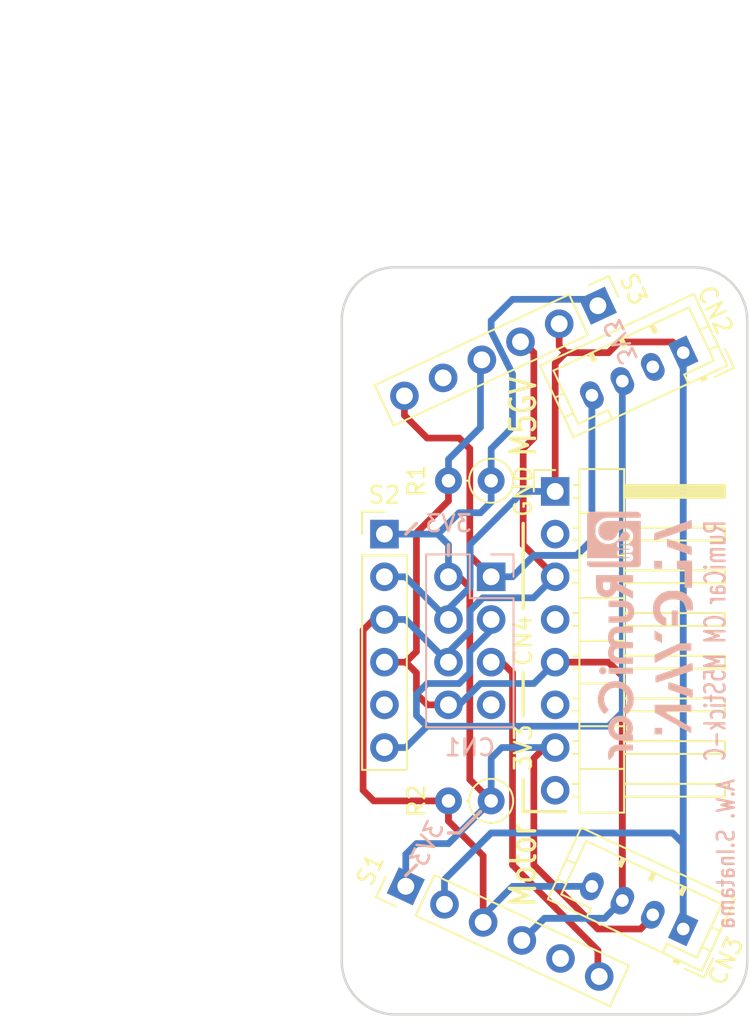
<source format=kicad_pcb>
(kicad_pcb (version 4) (host pcbnew 4.0.7)

  (general
    (links 30)
    (no_connects 0)
    (area 60.884999 42.469999 85.165001 87.070001)
    (thickness 1.6)
    (drawings 29)
    (tracks 155)
    (zones 0)
    (modules 14)
    (nets 8)
  )

  (page A4)
  (layers
    (0 F.Cu signal)
    (31 B.Cu signal)
    (32 B.Adhes user)
    (33 F.Adhes user)
    (34 B.Paste user)
    (35 F.Paste user)
    (36 B.SilkS user)
    (37 F.SilkS user)
    (38 B.Mask user)
    (39 F.Mask user)
    (40 Dwgs.User user)
    (41 Cmts.User user)
    (42 Eco1.User user)
    (43 Eco2.User user)
    (44 Edge.Cuts user)
    (45 Margin user)
    (46 B.CrtYd user)
    (47 F.CrtYd user)
    (48 B.Fab user hide)
    (49 F.Fab user hide)
  )

  (setup
    (last_trace_width 0.25)
    (trace_clearance 0.2)
    (zone_clearance 0.508)
    (zone_45_only no)
    (trace_min 0.2)
    (segment_width 0.2)
    (edge_width 0.15)
    (via_size 0.6)
    (via_drill 0.4)
    (via_min_size 0.4)
    (via_min_drill 0.3)
    (uvia_size 0.3)
    (uvia_drill 0.1)
    (uvias_allowed no)
    (uvia_min_size 0.2)
    (uvia_min_drill 0.1)
    (pcb_text_width 0.3)
    (pcb_text_size 1.5 1.5)
    (mod_edge_width 0.15)
    (mod_text_size 1 1)
    (mod_text_width 0.15)
    (pad_size 1.524 1.524)
    (pad_drill 0.762)
    (pad_to_mask_clearance 0.2)
    (aux_axis_origin 0 0)
    (grid_origin 81.28 78.105)
    (visible_elements 7FFEFFFF)
    (pcbplotparams
      (layerselection 0x010f0_80000001)
      (usegerberextensions true)
      (excludeedgelayer true)
      (linewidth 0.100000)
      (plotframeref false)
      (viasonmask false)
      (mode 1)
      (useauxorigin false)
      (hpglpennumber 1)
      (hpglpenspeed 20)
      (hpglpendiameter 15)
      (hpglpenoverlay 2)
      (psnegative false)
      (psa4output false)
      (plotreference true)
      (plotvalue true)
      (plotinvisibletext false)
      (padsonsilk false)
      (subtractmaskfromsilk true)
      (outputformat 1)
      (mirror false)
      (drillshape 0)
      (scaleselection 1)
      (outputdirectory Gerber/))
  )

  (net 0 "")
  (net 1 SD0)
  (net 2 3V3m)
  (net 3 G32)
  (net 4 GND)
  (net 5 G33)
  (net 6 G00)
  (net 7 G26)

  (net_class Default "これは標準のネット クラスです。"
    (clearance 0.2)
    (trace_width 0.25)
    (via_dia 0.6)
    (via_drill 0.4)
    (uvia_dia 0.3)
    (uvia_drill 0.1)
  )

  (net_class Power ""
    (clearance 0.2)
    (trace_width 0.4)
    (via_dia 0.6)
    (via_drill 0.4)
    (uvia_dia 0.3)
    (uvia_drill 0.1)
    (add_net 3V3m)
    (add_net G00)
    (add_net G26)
    (add_net G32)
    (add_net G33)
    (add_net GND)
    (add_net SD0)
  )

  (module Pin_Headers:Pin_Header_Angled_1x08_Pitch2.54mm (layer F.Cu) (tedit 5EC3352E) (tstamp 5EBF8D7E)
    (at 73.66 55.88)
    (descr "Through hole angled pin header, 1x08, 2.54mm pitch, 6mm pin length, single row")
    (tags "Through hole angled pin header THT 1x08 2.54mm single row")
    (path /5EB90D02)
    (fp_text reference CN4 (at -1.905 8.89 90) (layer F.SilkS)
      (effects (font (size 1 1) (thickness 0.15)))
    )
    (fp_text value Conn_01x08 (at 4.385 20.05) (layer F.Fab)
      (effects (font (size 1 1) (thickness 0.15)))
    )
    (fp_line (start 2.135 -1.27) (end 4.04 -1.27) (layer F.Fab) (width 0.1))
    (fp_line (start 4.04 -1.27) (end 4.04 19.05) (layer F.Fab) (width 0.1))
    (fp_line (start 4.04 19.05) (end 1.5 19.05) (layer F.Fab) (width 0.1))
    (fp_line (start 1.5 19.05) (end 1.5 -0.635) (layer F.Fab) (width 0.1))
    (fp_line (start 1.5 -0.635) (end 2.135 -1.27) (layer F.Fab) (width 0.1))
    (fp_line (start -0.32 -0.32) (end 1.5 -0.32) (layer F.Fab) (width 0.1))
    (fp_line (start -0.32 -0.32) (end -0.32 0.32) (layer F.Fab) (width 0.1))
    (fp_line (start -0.32 0.32) (end 1.5 0.32) (layer F.Fab) (width 0.1))
    (fp_line (start 4.04 -0.32) (end 10.04 -0.32) (layer F.Fab) (width 0.1))
    (fp_line (start 10.04 -0.32) (end 10.04 0.32) (layer F.Fab) (width 0.1))
    (fp_line (start 4.04 0.32) (end 10.04 0.32) (layer F.Fab) (width 0.1))
    (fp_line (start -0.32 2.22) (end 1.5 2.22) (layer F.Fab) (width 0.1))
    (fp_line (start -0.32 2.22) (end -0.32 2.86) (layer F.Fab) (width 0.1))
    (fp_line (start -0.32 2.86) (end 1.5 2.86) (layer F.Fab) (width 0.1))
    (fp_line (start 4.04 2.22) (end 10.04 2.22) (layer F.Fab) (width 0.1))
    (fp_line (start 10.04 2.22) (end 10.04 2.86) (layer F.Fab) (width 0.1))
    (fp_line (start 4.04 2.86) (end 10.04 2.86) (layer F.Fab) (width 0.1))
    (fp_line (start -0.32 4.76) (end 1.5 4.76) (layer F.Fab) (width 0.1))
    (fp_line (start -0.32 4.76) (end -0.32 5.4) (layer F.Fab) (width 0.1))
    (fp_line (start -0.32 5.4) (end 1.5 5.4) (layer F.Fab) (width 0.1))
    (fp_line (start 4.04 4.76) (end 10.04 4.76) (layer F.Fab) (width 0.1))
    (fp_line (start 10.04 4.76) (end 10.04 5.4) (layer F.Fab) (width 0.1))
    (fp_line (start 4.04 5.4) (end 10.04 5.4) (layer F.Fab) (width 0.1))
    (fp_line (start -0.32 7.3) (end 1.5 7.3) (layer F.Fab) (width 0.1))
    (fp_line (start -0.32 7.3) (end -0.32 7.94) (layer F.Fab) (width 0.1))
    (fp_line (start -0.32 7.94) (end 1.5 7.94) (layer F.Fab) (width 0.1))
    (fp_line (start 4.04 7.3) (end 10.04 7.3) (layer F.Fab) (width 0.1))
    (fp_line (start 10.04 7.3) (end 10.04 7.94) (layer F.Fab) (width 0.1))
    (fp_line (start 4.04 7.94) (end 10.04 7.94) (layer F.Fab) (width 0.1))
    (fp_line (start -0.32 9.84) (end 1.5 9.84) (layer F.Fab) (width 0.1))
    (fp_line (start -0.32 9.84) (end -0.32 10.48) (layer F.Fab) (width 0.1))
    (fp_line (start -0.32 10.48) (end 1.5 10.48) (layer F.Fab) (width 0.1))
    (fp_line (start 4.04 9.84) (end 10.04 9.84) (layer F.Fab) (width 0.1))
    (fp_line (start 10.04 9.84) (end 10.04 10.48) (layer F.Fab) (width 0.1))
    (fp_line (start 4.04 10.48) (end 10.04 10.48) (layer F.Fab) (width 0.1))
    (fp_line (start -0.32 12.38) (end 1.5 12.38) (layer F.Fab) (width 0.1))
    (fp_line (start -0.32 12.38) (end -0.32 13.02) (layer F.Fab) (width 0.1))
    (fp_line (start -0.32 13.02) (end 1.5 13.02) (layer F.Fab) (width 0.1))
    (fp_line (start 4.04 12.38) (end 10.04 12.38) (layer F.Fab) (width 0.1))
    (fp_line (start 10.04 12.38) (end 10.04 13.02) (layer F.Fab) (width 0.1))
    (fp_line (start 4.04 13.02) (end 10.04 13.02) (layer F.Fab) (width 0.1))
    (fp_line (start -0.32 14.92) (end 1.5 14.92) (layer F.Fab) (width 0.1))
    (fp_line (start -0.32 14.92) (end -0.32 15.56) (layer F.Fab) (width 0.1))
    (fp_line (start -0.32 15.56) (end 1.5 15.56) (layer F.Fab) (width 0.1))
    (fp_line (start 4.04 14.92) (end 10.04 14.92) (layer F.Fab) (width 0.1))
    (fp_line (start 10.04 14.92) (end 10.04 15.56) (layer F.Fab) (width 0.1))
    (fp_line (start 4.04 15.56) (end 10.04 15.56) (layer F.Fab) (width 0.1))
    (fp_line (start -0.32 17.46) (end 1.5 17.46) (layer F.Fab) (width 0.1))
    (fp_line (start -0.32 17.46) (end -0.32 18.1) (layer F.Fab) (width 0.1))
    (fp_line (start -0.32 18.1) (end 1.5 18.1) (layer F.Fab) (width 0.1))
    (fp_line (start 4.04 17.46) (end 10.04 17.46) (layer F.Fab) (width 0.1))
    (fp_line (start 10.04 17.46) (end 10.04 18.1) (layer F.Fab) (width 0.1))
    (fp_line (start 4.04 18.1) (end 10.04 18.1) (layer F.Fab) (width 0.1))
    (fp_line (start 1.44 -1.33) (end 1.44 19.11) (layer F.SilkS) (width 0.12))
    (fp_line (start 1.44 19.11) (end 4.1 19.11) (layer F.SilkS) (width 0.12))
    (fp_line (start 4.1 19.11) (end 4.1 -1.33) (layer F.SilkS) (width 0.12))
    (fp_line (start 4.1 -1.33) (end 1.44 -1.33) (layer F.SilkS) (width 0.12))
    (fp_line (start 4.1 -0.38) (end 10.1 -0.38) (layer F.SilkS) (width 0.12))
    (fp_line (start 10.1 -0.38) (end 10.1 0.38) (layer F.SilkS) (width 0.12))
    (fp_line (start 10.1 0.38) (end 4.1 0.38) (layer F.SilkS) (width 0.12))
    (fp_line (start 4.1 -0.32) (end 10.1 -0.32) (layer F.SilkS) (width 0.12))
    (fp_line (start 4.1 -0.2) (end 10.1 -0.2) (layer F.SilkS) (width 0.12))
    (fp_line (start 4.1 -0.08) (end 10.1 -0.08) (layer F.SilkS) (width 0.12))
    (fp_line (start 4.1 0.04) (end 10.1 0.04) (layer F.SilkS) (width 0.12))
    (fp_line (start 4.1 0.16) (end 10.1 0.16) (layer F.SilkS) (width 0.12))
    (fp_line (start 4.1 0.28) (end 10.1 0.28) (layer F.SilkS) (width 0.12))
    (fp_line (start 1.11 -0.38) (end 1.44 -0.38) (layer F.SilkS) (width 0.12))
    (fp_line (start 1.11 0.38) (end 1.44 0.38) (layer F.SilkS) (width 0.12))
    (fp_line (start 1.44 1.27) (end 4.1 1.27) (layer F.SilkS) (width 0.12))
    (fp_line (start 4.1 2.16) (end 10.1 2.16) (layer F.SilkS) (width 0.12))
    (fp_line (start 10.1 2.16) (end 10.1 2.92) (layer F.SilkS) (width 0.12))
    (fp_line (start 10.1 2.92) (end 4.1 2.92) (layer F.SilkS) (width 0.12))
    (fp_line (start 1.042929 2.16) (end 1.44 2.16) (layer F.SilkS) (width 0.12))
    (fp_line (start 1.042929 2.92) (end 1.44 2.92) (layer F.SilkS) (width 0.12))
    (fp_line (start 1.44 3.81) (end 4.1 3.81) (layer F.SilkS) (width 0.12))
    (fp_line (start 4.1 4.7) (end 10.1 4.7) (layer F.SilkS) (width 0.12))
    (fp_line (start 10.1 4.7) (end 10.1 5.46) (layer F.SilkS) (width 0.12))
    (fp_line (start 10.1 5.46) (end 4.1 5.46) (layer F.SilkS) (width 0.12))
    (fp_line (start 1.042929 4.7) (end 1.44 4.7) (layer F.SilkS) (width 0.12))
    (fp_line (start 1.042929 5.46) (end 1.44 5.46) (layer F.SilkS) (width 0.12))
    (fp_line (start 1.44 6.35) (end 4.1 6.35) (layer F.SilkS) (width 0.12))
    (fp_line (start 4.1 7.24) (end 10.1 7.24) (layer F.SilkS) (width 0.12))
    (fp_line (start 10.1 7.24) (end 10.1 8) (layer F.SilkS) (width 0.12))
    (fp_line (start 10.1 8) (end 4.1 8) (layer F.SilkS) (width 0.12))
    (fp_line (start 1.042929 7.24) (end 1.44 7.24) (layer F.SilkS) (width 0.12))
    (fp_line (start 1.042929 8) (end 1.44 8) (layer F.SilkS) (width 0.12))
    (fp_line (start 1.44 8.89) (end 4.1 8.89) (layer F.SilkS) (width 0.12))
    (fp_line (start 4.1 9.78) (end 10.1 9.78) (layer F.SilkS) (width 0.12))
    (fp_line (start 10.1 9.78) (end 10.1 10.54) (layer F.SilkS) (width 0.12))
    (fp_line (start 10.1 10.54) (end 4.1 10.54) (layer F.SilkS) (width 0.12))
    (fp_line (start 1.042929 9.78) (end 1.44 9.78) (layer F.SilkS) (width 0.12))
    (fp_line (start 1.042929 10.54) (end 1.44 10.54) (layer F.SilkS) (width 0.12))
    (fp_line (start 1.44 11.43) (end 4.1 11.43) (layer F.SilkS) (width 0.12))
    (fp_line (start 4.1 12.32) (end 10.1 12.32) (layer F.SilkS) (width 0.12))
    (fp_line (start 10.1 12.32) (end 10.1 13.08) (layer F.SilkS) (width 0.12))
    (fp_line (start 10.1 13.08) (end 4.1 13.08) (layer F.SilkS) (width 0.12))
    (fp_line (start 1.042929 12.32) (end 1.44 12.32) (layer F.SilkS) (width 0.12))
    (fp_line (start 1.042929 13.08) (end 1.44 13.08) (layer F.SilkS) (width 0.12))
    (fp_line (start 1.44 13.97) (end 4.1 13.97) (layer F.SilkS) (width 0.12))
    (fp_line (start 4.1 14.86) (end 10.1 14.86) (layer F.SilkS) (width 0.12))
    (fp_line (start 10.1 14.86) (end 10.1 15.62) (layer F.SilkS) (width 0.12))
    (fp_line (start 10.1 15.62) (end 4.1 15.62) (layer F.SilkS) (width 0.12))
    (fp_line (start 1.042929 14.86) (end 1.44 14.86) (layer F.SilkS) (width 0.12))
    (fp_line (start 1.042929 15.62) (end 1.44 15.62) (layer F.SilkS) (width 0.12))
    (fp_line (start 1.44 16.51) (end 4.1 16.51) (layer F.SilkS) (width 0.12))
    (fp_line (start 4.1 17.4) (end 10.1 17.4) (layer F.SilkS) (width 0.12))
    (fp_line (start 10.1 17.4) (end 10.1 18.16) (layer F.SilkS) (width 0.12))
    (fp_line (start 10.1 18.16) (end 4.1 18.16) (layer F.SilkS) (width 0.12))
    (fp_line (start 1.042929 17.4) (end 1.44 17.4) (layer F.SilkS) (width 0.12))
    (fp_line (start 1.042929 18.16) (end 1.44 18.16) (layer F.SilkS) (width 0.12))
    (fp_line (start -1.27 0) (end -1.27 -1.27) (layer F.SilkS) (width 0.12))
    (fp_line (start -1.27 -1.27) (end 0 -1.27) (layer F.SilkS) (width 0.12))
    (fp_line (start -1.8 -1.8) (end -1.8 19.55) (layer F.CrtYd) (width 0.05))
    (fp_line (start -1.8 19.55) (end 10.55 19.55) (layer F.CrtYd) (width 0.05))
    (fp_line (start 10.55 19.55) (end 10.55 -1.8) (layer F.CrtYd) (width 0.05))
    (fp_line (start 10.55 -1.8) (end -1.8 -1.8) (layer F.CrtYd) (width 0.05))
    (fp_text user %R (at 2.77 8.89 90) (layer F.Fab)
      (effects (font (size 1 1) (thickness 0.15)))
    )
    (pad 1 thru_hole rect (at 0 0) (size 1.7 1.7) (drill 1) (layers *.Cu *.Mask)
      (net 4 GND))
    (pad 2 thru_hole oval (at 0 2.54) (size 1.7 1.7) (drill 1) (layers *.Cu *.Mask))
    (pad 3 thru_hole oval (at 0 5.08) (size 1.7 1.7) (drill 1) (layers *.Cu *.Mask)
      (net 7 G26))
    (pad 4 thru_hole oval (at 0 7.62) (size 1.7 1.7) (drill 1) (layers *.Cu *.Mask))
    (pad 5 thru_hole oval (at 0 10.16) (size 1.7 1.7) (drill 1) (layers *.Cu *.Mask)
      (net 6 G00))
    (pad 6 thru_hole oval (at 0 12.7) (size 1.7 1.7) (drill 1) (layers *.Cu *.Mask))
    (pad 7 thru_hole oval (at 0 15.24) (size 1.7 1.7) (drill 1) (layers *.Cu *.Mask)
      (net 2 3V3m))
    (pad 8 thru_hole oval (at 0 17.78) (size 1.7 1.7) (drill 1) (layers *.Cu *.Mask))
    (model ${KISYS3DMOD}/Pin_Headers.3dshapes/Pin_Header_Angled_1x08_Pitch2.54mm.wrl
      (at (xyz 0 0 0))
      (scale (xyz 1 1 1))
      (rotate (xyz 0 0 0))
    )
  )

  (module Pin_Headers:Pin_Header_Straight_2x04_Pitch2.54mm (layer B.Cu) (tedit 5ECD134A) (tstamp 5EBF8D62)
    (at 69.85 60.96 180)
    (descr "Through hole straight pin header, 2x04, 2.54mm pitch, double rows")
    (tags "Through hole pin header THT 2x04 2.54mm double row")
    (path /5EB908D8)
    (fp_text reference CN1 (at 1.27 -10.16 180) (layer B.SilkS)
      (effects (font (size 1 1) (thickness 0.15)) (justify mirror))
    )
    (fp_text value Conn_02x04_Odd_Even (at 1.27 -9.95 180) (layer B.Fab)
      (effects (font (size 1 1) (thickness 0.15)) (justify mirror))
    )
    (fp_line (start 0 1.27) (end 3.81 1.27) (layer B.Fab) (width 0.1))
    (fp_line (start 3.81 1.27) (end 3.81 -8.89) (layer B.Fab) (width 0.1))
    (fp_line (start 3.81 -8.89) (end -1.27 -8.89) (layer B.Fab) (width 0.1))
    (fp_line (start -1.27 -8.89) (end -1.27 0) (layer B.Fab) (width 0.1))
    (fp_line (start -1.27 0) (end 0 1.27) (layer B.Fab) (width 0.1))
    (fp_line (start -1.33 -8.95) (end 3.87 -8.95) (layer B.SilkS) (width 0.12))
    (fp_line (start -1.33 -1.27) (end -1.33 -8.95) (layer B.SilkS) (width 0.12))
    (fp_line (start 3.87 1.33) (end 3.87 -8.95) (layer B.SilkS) (width 0.12))
    (fp_line (start -1.33 -1.27) (end 1.27 -1.27) (layer B.SilkS) (width 0.12))
    (fp_line (start 1.27 -1.27) (end 1.27 1.33) (layer B.SilkS) (width 0.12))
    (fp_line (start 1.27 1.33) (end 3.87 1.33) (layer B.SilkS) (width 0.12))
    (fp_line (start -1.33 0) (end -1.33 1.33) (layer B.SilkS) (width 0.12))
    (fp_line (start -1.33 1.33) (end 0 1.33) (layer B.SilkS) (width 0.12))
    (fp_line (start -1.8 1.8) (end -1.8 -9.4) (layer B.CrtYd) (width 0.05))
    (fp_line (start -1.8 -9.4) (end 4.35 -9.4) (layer B.CrtYd) (width 0.05))
    (fp_line (start 4.35 -9.4) (end 4.35 1.8) (layer B.CrtYd) (width 0.05))
    (fp_line (start 4.35 1.8) (end -1.8 1.8) (layer B.CrtYd) (width 0.05))
    (fp_text user %R (at 1.27 -3.81 450) (layer B.Fab)
      (effects (font (size 1 1) (thickness 0.15)) (justify mirror))
    )
    (pad 1 thru_hole rect (at 0 0 180) (size 1.7 1.7) (drill 1) (layers *.Cu *.Mask)
      (net 5 G33))
    (pad 2 thru_hole oval (at 2.54 0 180) (size 1.7 1.7) (drill 1) (layers *.Cu *.Mask)
      (net 2 3V3m))
    (pad 3 thru_hole oval (at 0 -2.54 180) (size 1.7 1.7) (drill 1) (layers *.Cu *.Mask)
      (net 3 G32))
    (pad 4 thru_hole oval (at 2.54 -2.54 180) (size 1.7 1.7) (drill 1) (layers *.Cu *.Mask)
      (net 4 GND))
    (pad 5 thru_hole oval (at 0 -5.08 180) (size 1.7 1.7) (drill 1) (layers *.Cu *.Mask)
      (net 1 SD0))
    (pad 6 thru_hole oval (at 2.54 -5.08 180) (size 1.7 1.7) (drill 1) (layers *.Cu *.Mask)
      (net 7 G26))
    (pad 7 thru_hole oval (at 0 -7.62 180) (size 1.7 1.7) (drill 1) (layers *.Cu *.Mask))
    (pad 8 thru_hole oval (at 2.54 -7.62 180) (size 1.7 1.7) (drill 1) (layers *.Cu *.Mask)
      (net 6 G00))
    (model ${KISYS3DMOD}/Pin_Headers.3dshapes/Pin_Header_Straight_2x04_Pitch2.54mm.wrl
      (at (xyz 0 0 0))
      (scale (xyz 1 1 1))
      (rotate (xyz 0 0 0))
    )
  )

  (module Connectors_JST:JST_PH_B4B-PH-K_04x2.00mm_Straight (layer F.Cu) (tedit 5F29E956) (tstamp 5EBF8D6A)
    (at 81.28 47.625 205)
    (descr "JST PH series connector, B4B-PH-K, top entry type, through hole, Datasheet: http://www.jst-mfg.com/product/pdf/eng/ePH.pdf")
    (tags "connector jst ph")
    (path /5EB90DFE)
    (fp_text reference CN2 (at -2.799967 1.496934 295) (layer F.SilkS)
      (effects (font (size 1 1) (thickness 0.15)))
    )
    (fp_text value Conn_01x04 (at 3 3.8 205) (layer F.Fab)
      (effects (font (size 1 1) (thickness 0.15)))
    )
    (fp_line (start -2.05 -1.8) (end -2.05 2.9) (layer F.SilkS) (width 0.12))
    (fp_line (start -2.05 2.9) (end 8.05 2.9) (layer F.SilkS) (width 0.12))
    (fp_line (start 8.05 2.9) (end 8.05 -1.8) (layer F.SilkS) (width 0.12))
    (fp_line (start 8.05 -1.8) (end -2.05 -1.8) (layer F.SilkS) (width 0.12))
    (fp_line (start 0.5 -1.8) (end 0.5 -1.2) (layer F.SilkS) (width 0.12))
    (fp_line (start 0.5 -1.2) (end -1.45 -1.2) (layer F.SilkS) (width 0.12))
    (fp_line (start -1.45 -1.2) (end -1.45 2.3) (layer F.SilkS) (width 0.12))
    (fp_line (start -1.45 2.3) (end 7.45 2.3) (layer F.SilkS) (width 0.12))
    (fp_line (start 7.45 2.3) (end 7.45 -1.2) (layer F.SilkS) (width 0.12))
    (fp_line (start 7.45 -1.2) (end 5.5 -1.2) (layer F.SilkS) (width 0.12))
    (fp_line (start 5.5 -1.2) (end 5.5 -1.8) (layer F.SilkS) (width 0.12))
    (fp_line (start -2.05 -0.5) (end -1.45 -0.5) (layer F.SilkS) (width 0.12))
    (fp_line (start -2.05 0.8) (end -1.45 0.8) (layer F.SilkS) (width 0.12))
    (fp_line (start 8.05 -0.5) (end 7.45 -0.5) (layer F.SilkS) (width 0.12))
    (fp_line (start 8.05 0.8) (end 7.45 0.8) (layer F.SilkS) (width 0.12))
    (fp_line (start -0.3 -1.8) (end -0.3 -2) (layer F.SilkS) (width 0.12))
    (fp_line (start -0.3 -2) (end -0.6 -2) (layer F.SilkS) (width 0.12))
    (fp_line (start -0.6 -2) (end -0.6 -1.8) (layer F.SilkS) (width 0.12))
    (fp_line (start -0.3 -1.9) (end -0.6 -1.9) (layer F.SilkS) (width 0.12))
    (fp_line (start 0.9 2.3) (end 0.9 1.8) (layer F.SilkS) (width 0.12))
    (fp_line (start 0.9 1.8) (end 1.1 1.8) (layer F.SilkS) (width 0.12))
    (fp_line (start 1.1 1.8) (end 1.1 2.3) (layer F.SilkS) (width 0.12))
    (fp_line (start 1 2.3) (end 1 1.8) (layer F.SilkS) (width 0.12))
    (fp_line (start 2.9 2.3) (end 2.9 1.8) (layer F.SilkS) (width 0.12))
    (fp_line (start 2.9 1.8) (end 3.1 1.8) (layer F.SilkS) (width 0.12))
    (fp_line (start 3.1 1.8) (end 3.1 2.3) (layer F.SilkS) (width 0.12))
    (fp_line (start 3 2.3) (end 3 1.8) (layer F.SilkS) (width 0.12))
    (fp_line (start 4.9 2.3) (end 4.9 1.8) (layer F.SilkS) (width 0.12))
    (fp_line (start 4.9 1.8) (end 5.1 1.8) (layer F.SilkS) (width 0.12))
    (fp_line (start 5.1 1.8) (end 5.1 2.3) (layer F.SilkS) (width 0.12))
    (fp_line (start 5 2.3) (end 5 1.8) (layer F.SilkS) (width 0.12))
    (fp_line (start -1.1 -2.1) (end -2.35 -2.1) (layer F.SilkS) (width 0.12))
    (fp_line (start -2.35 -2.1) (end -2.35 -0.85) (layer F.SilkS) (width 0.12))
    (fp_line (start -1.1 -2.1) (end -2.35 -2.1) (layer F.Fab) (width 0.1))
    (fp_line (start -2.35 -2.1) (end -2.35 -0.85) (layer F.Fab) (width 0.1))
    (fp_line (start -1.95 -1.7) (end -1.95 2.8) (layer F.Fab) (width 0.1))
    (fp_line (start -1.95 2.8) (end 7.95 2.8) (layer F.Fab) (width 0.1))
    (fp_line (start 7.95 2.8) (end 7.95 -1.7) (layer F.Fab) (width 0.1))
    (fp_line (start 7.95 -1.7) (end -1.95 -1.7) (layer F.Fab) (width 0.1))
    (fp_line (start -2.45 -2.2) (end -2.45 3.3) (layer F.CrtYd) (width 0.05))
    (fp_line (start -2.45 3.3) (end 8.45 3.3) (layer F.CrtYd) (width 0.05))
    (fp_line (start 8.45 3.3) (end 8.45 -2.2) (layer F.CrtYd) (width 0.05))
    (fp_line (start 8.45 -2.2) (end -2.45 -2.2) (layer F.CrtYd) (width 0.05))
    (fp_text user %R (at 3 1.5 205) (layer F.Fab)
      (effects (font (size 1 1) (thickness 0.15)))
    )
    (pad 1 thru_hole rect (at 0 0 205) (size 1.2 1.7) (drill 0.75) (layers *.Cu *.Mask)
      (net 4 GND))
    (pad 2 thru_hole oval (at 2 0 205) (size 1.2 1.7) (drill 0.75) (layers *.Cu *.Mask))
    (pad 3 thru_hole oval (at 4 0 205) (size 1.2 1.7) (drill 0.75) (layers *.Cu *.Mask)
      (net 3 G32))
    (pad 4 thru_hole oval (at 6 0 205) (size 1.2 1.7) (drill 0.75) (layers *.Cu *.Mask)
      (net 5 G33))
    (model ${KISYS3DMOD}/Connectors_JST.3dshapes/JST_PH_B4B-PH-K_04x2.00mm_Straight.wrl
      (at (xyz 0 0 0))
      (scale (xyz 1 1 1))
      (rotate (xyz 0 0 0))
    )
  )

  (module Connectors_JST:JST_PH_B4B-PH-K_04x2.00mm_Straight (layer F.Cu) (tedit 5F29E94C) (tstamp 5EBF8D72)
    (at 81.28 81.915 155)
    (descr "JST PH series connector, B4B-PH-K, top entry type, through hole, Datasheet: http://www.jst-mfg.com/product/pdf/eng/ePH.pdf")
    (tags "connector jst ph")
    (path /5EB915D8)
    (fp_text reference CN3 (at -3.10711 -0.653066 245) (layer F.SilkS)
      (effects (font (size 1 1) (thickness 0.15)))
    )
    (fp_text value Conn_01x04 (at 3 3.8 155) (layer F.Fab)
      (effects (font (size 1 1) (thickness 0.15)))
    )
    (fp_line (start -2.05 -1.8) (end -2.05 2.9) (layer F.SilkS) (width 0.12))
    (fp_line (start -2.05 2.9) (end 8.05 2.9) (layer F.SilkS) (width 0.12))
    (fp_line (start 8.05 2.9) (end 8.05 -1.8) (layer F.SilkS) (width 0.12))
    (fp_line (start 8.05 -1.8) (end -2.05 -1.8) (layer F.SilkS) (width 0.12))
    (fp_line (start 0.5 -1.8) (end 0.5 -1.2) (layer F.SilkS) (width 0.12))
    (fp_line (start 0.5 -1.2) (end -1.45 -1.2) (layer F.SilkS) (width 0.12))
    (fp_line (start -1.45 -1.2) (end -1.45 2.3) (layer F.SilkS) (width 0.12))
    (fp_line (start -1.45 2.3) (end 7.45 2.3) (layer F.SilkS) (width 0.12))
    (fp_line (start 7.45 2.3) (end 7.45 -1.2) (layer F.SilkS) (width 0.12))
    (fp_line (start 7.45 -1.2) (end 5.5 -1.2) (layer F.SilkS) (width 0.12))
    (fp_line (start 5.5 -1.2) (end 5.5 -1.8) (layer F.SilkS) (width 0.12))
    (fp_line (start -2.05 -0.5) (end -1.45 -0.5) (layer F.SilkS) (width 0.12))
    (fp_line (start -2.05 0.8) (end -1.45 0.8) (layer F.SilkS) (width 0.12))
    (fp_line (start 8.05 -0.5) (end 7.45 -0.5) (layer F.SilkS) (width 0.12))
    (fp_line (start 8.05 0.8) (end 7.45 0.8) (layer F.SilkS) (width 0.12))
    (fp_line (start -0.3 -1.8) (end -0.3 -2) (layer F.SilkS) (width 0.12))
    (fp_line (start -0.3 -2) (end -0.6 -2) (layer F.SilkS) (width 0.12))
    (fp_line (start -0.6 -2) (end -0.6 -1.8) (layer F.SilkS) (width 0.12))
    (fp_line (start -0.3 -1.9) (end -0.6 -1.9) (layer F.SilkS) (width 0.12))
    (fp_line (start 0.9 2.3) (end 0.9 1.8) (layer F.SilkS) (width 0.12))
    (fp_line (start 0.9 1.8) (end 1.1 1.8) (layer F.SilkS) (width 0.12))
    (fp_line (start 1.1 1.8) (end 1.1 2.3) (layer F.SilkS) (width 0.12))
    (fp_line (start 1 2.3) (end 1 1.8) (layer F.SilkS) (width 0.12))
    (fp_line (start 2.9 2.3) (end 2.9 1.8) (layer F.SilkS) (width 0.12))
    (fp_line (start 2.9 1.8) (end 3.1 1.8) (layer F.SilkS) (width 0.12))
    (fp_line (start 3.1 1.8) (end 3.1 2.3) (layer F.SilkS) (width 0.12))
    (fp_line (start 3 2.3) (end 3 1.8) (layer F.SilkS) (width 0.12))
    (fp_line (start 4.9 2.3) (end 4.9 1.8) (layer F.SilkS) (width 0.12))
    (fp_line (start 4.9 1.8) (end 5.1 1.8) (layer F.SilkS) (width 0.12))
    (fp_line (start 5.1 1.8) (end 5.1 2.3) (layer F.SilkS) (width 0.12))
    (fp_line (start 5 2.3) (end 5 1.8) (layer F.SilkS) (width 0.12))
    (fp_line (start -1.1 -2.1) (end -2.35 -2.1) (layer F.SilkS) (width 0.12))
    (fp_line (start -2.35 -2.1) (end -2.35 -0.85) (layer F.SilkS) (width 0.12))
    (fp_line (start -1.1 -2.1) (end -2.35 -2.1) (layer F.Fab) (width 0.1))
    (fp_line (start -2.35 -2.1) (end -2.35 -0.85) (layer F.Fab) (width 0.1))
    (fp_line (start -1.95 -1.7) (end -1.95 2.8) (layer F.Fab) (width 0.1))
    (fp_line (start -1.95 2.8) (end 7.95 2.8) (layer F.Fab) (width 0.1))
    (fp_line (start 7.95 2.8) (end 7.95 -1.7) (layer F.Fab) (width 0.1))
    (fp_line (start 7.95 -1.7) (end -1.95 -1.7) (layer F.Fab) (width 0.1))
    (fp_line (start -2.45 -2.2) (end -2.45 3.3) (layer F.CrtYd) (width 0.05))
    (fp_line (start -2.45 3.3) (end 8.45 3.3) (layer F.CrtYd) (width 0.05))
    (fp_line (start 8.45 3.3) (end 8.45 -2.2) (layer F.CrtYd) (width 0.05))
    (fp_line (start 8.45 -2.2) (end -2.45 -2.2) (layer F.CrtYd) (width 0.05))
    (fp_text user %R (at 3 1.5 155) (layer F.Fab)
      (effects (font (size 1 1) (thickness 0.15)))
    )
    (pad 1 thru_hole rect (at 0 0 155) (size 1.2 1.7) (drill 0.75) (layers *.Cu *.Mask)
      (net 4 GND))
    (pad 2 thru_hole oval (at 2 0 155) (size 1.2 1.7) (drill 0.75) (layers *.Cu *.Mask)
      (net 2 3V3m))
    (pad 3 thru_hole oval (at 4 0 155) (size 1.2 1.7) (drill 0.75) (layers *.Cu *.Mask)
      (net 6 G00))
    (pad 4 thru_hole oval (at 6 0 155) (size 1.2 1.7) (drill 0.75) (layers *.Cu *.Mask)
      (net 7 G26))
    (model ${KISYS3DMOD}/Connectors_JST.3dshapes/JST_PH_B4B-PH-K_04x2.00mm_Straight.wrl
      (at (xyz 0 0 0))
      (scale (xyz 1 1 1))
      (rotate (xyz 0 0 0))
    )
  )

  (module Pin_Headers:Pin_Header_Straight_1x06_Pitch2.54mm (layer F.Cu) (tedit 59650532) (tstamp 5EBF8D88)
    (at 64.77 79.375 65)
    (descr "Through hole straight pin header, 1x06, 2.54mm pitch, single row")
    (tags "Through hole pin header THT 1x06 2.54mm single row")
    (path /5EB9082C)
    (fp_text reference S1 (at 0 -2.33 65) (layer F.SilkS)
      (effects (font (size 1 1) (thickness 0.15)))
    )
    (fp_text value Conn_01x06 (at 0 15.03 65) (layer F.Fab)
      (effects (font (size 1 1) (thickness 0.15)))
    )
    (fp_line (start -0.635 -1.27) (end 1.27 -1.27) (layer F.Fab) (width 0.1))
    (fp_line (start 1.27 -1.27) (end 1.27 13.97) (layer F.Fab) (width 0.1))
    (fp_line (start 1.27 13.97) (end -1.27 13.97) (layer F.Fab) (width 0.1))
    (fp_line (start -1.27 13.97) (end -1.27 -0.635) (layer F.Fab) (width 0.1))
    (fp_line (start -1.27 -0.635) (end -0.635 -1.27) (layer F.Fab) (width 0.1))
    (fp_line (start -1.33 14.03) (end 1.33 14.03) (layer F.SilkS) (width 0.12))
    (fp_line (start -1.33 1.27) (end -1.33 14.03) (layer F.SilkS) (width 0.12))
    (fp_line (start 1.33 1.27) (end 1.33 14.03) (layer F.SilkS) (width 0.12))
    (fp_line (start -1.33 1.27) (end 1.33 1.27) (layer F.SilkS) (width 0.12))
    (fp_line (start -1.33 0) (end -1.33 -1.33) (layer F.SilkS) (width 0.12))
    (fp_line (start -1.33 -1.33) (end 0 -1.33) (layer F.SilkS) (width 0.12))
    (fp_line (start -1.8 -1.8) (end -1.8 14.5) (layer F.CrtYd) (width 0.05))
    (fp_line (start -1.8 14.5) (end 1.8 14.5) (layer F.CrtYd) (width 0.05))
    (fp_line (start 1.8 14.5) (end 1.8 -1.8) (layer F.CrtYd) (width 0.05))
    (fp_line (start 1.8 -1.8) (end -1.8 -1.8) (layer F.CrtYd) (width 0.05))
    (fp_text user %R (at 0 6.35 155) (layer F.Fab)
      (effects (font (size 1 1) (thickness 0.15)))
    )
    (pad 1 thru_hole rect (at 0 0 65) (size 1.7 1.7) (drill 1) (layers *.Cu *.Mask)
      (net 2 3V3m))
    (pad 2 thru_hole oval (at 0 2.54 65) (size 1.7 1.7) (drill 1) (layers *.Cu *.Mask)
      (net 4 GND))
    (pad 3 thru_hole oval (at 0 5.08 65) (size 1.7 1.7) (drill 1) (layers *.Cu *.Mask)
      (net 7 G26))
    (pad 4 thru_hole oval (at 0 7.62 65) (size 1.7 1.7) (drill 1) (layers *.Cu *.Mask)
      (net 6 G00))
    (pad 5 thru_hole oval (at 0 10.16 65) (size 1.7 1.7) (drill 1) (layers *.Cu *.Mask))
    (pad 6 thru_hole oval (at 0 12.7 65) (size 1.7 1.7) (drill 1) (layers *.Cu *.Mask)
      (net 1 SD0))
    (model ${KISYS3DMOD}/Pin_Headers.3dshapes/Pin_Header_Straight_1x06_Pitch2.54mm.wrl
      (at (xyz 0 0 0))
      (scale (xyz 1 1 1))
      (rotate (xyz 0 0 0))
    )
  )

  (module Pin_Headers:Pin_Header_Straight_1x06_Pitch2.54mm (layer F.Cu) (tedit 59650532) (tstamp 5EBF8D92)
    (at 63.5 58.42)
    (descr "Through hole straight pin header, 1x06, 2.54mm pitch, single row")
    (tags "Through hole pin header THT 1x06 2.54mm single row")
    (path /5EB9088C)
    (fp_text reference S2 (at 0 -2.33) (layer F.SilkS)
      (effects (font (size 1 1) (thickness 0.15)))
    )
    (fp_text value Conn_01x06 (at 0 15.03) (layer F.Fab)
      (effects (font (size 1 1) (thickness 0.15)))
    )
    (fp_line (start -0.635 -1.27) (end 1.27 -1.27) (layer F.Fab) (width 0.1))
    (fp_line (start 1.27 -1.27) (end 1.27 13.97) (layer F.Fab) (width 0.1))
    (fp_line (start 1.27 13.97) (end -1.27 13.97) (layer F.Fab) (width 0.1))
    (fp_line (start -1.27 13.97) (end -1.27 -0.635) (layer F.Fab) (width 0.1))
    (fp_line (start -1.27 -0.635) (end -0.635 -1.27) (layer F.Fab) (width 0.1))
    (fp_line (start -1.33 14.03) (end 1.33 14.03) (layer F.SilkS) (width 0.12))
    (fp_line (start -1.33 1.27) (end -1.33 14.03) (layer F.SilkS) (width 0.12))
    (fp_line (start 1.33 1.27) (end 1.33 14.03) (layer F.SilkS) (width 0.12))
    (fp_line (start -1.33 1.27) (end 1.33 1.27) (layer F.SilkS) (width 0.12))
    (fp_line (start -1.33 0) (end -1.33 -1.33) (layer F.SilkS) (width 0.12))
    (fp_line (start -1.33 -1.33) (end 0 -1.33) (layer F.SilkS) (width 0.12))
    (fp_line (start -1.8 -1.8) (end -1.8 14.5) (layer F.CrtYd) (width 0.05))
    (fp_line (start -1.8 14.5) (end 1.8 14.5) (layer F.CrtYd) (width 0.05))
    (fp_line (start 1.8 14.5) (end 1.8 -1.8) (layer F.CrtYd) (width 0.05))
    (fp_line (start 1.8 -1.8) (end -1.8 -1.8) (layer F.CrtYd) (width 0.05))
    (fp_text user %R (at 0 6.35 90) (layer F.Fab)
      (effects (font (size 1 1) (thickness 0.15)))
    )
    (pad 1 thru_hole rect (at 0 0) (size 1.7 1.7) (drill 1) (layers *.Cu *.Mask)
      (net 2 3V3m))
    (pad 2 thru_hole oval (at 0 2.54) (size 1.7 1.7) (drill 1) (layers *.Cu *.Mask)
      (net 4 GND))
    (pad 3 thru_hole oval (at 0 5.08) (size 1.7 1.7) (drill 1) (layers *.Cu *.Mask)
      (net 7 G26))
    (pad 4 thru_hole oval (at 0 7.62) (size 1.7 1.7) (drill 1) (layers *.Cu *.Mask)
      (net 6 G00))
    (pad 5 thru_hole oval (at 0 10.16) (size 1.7 1.7) (drill 1) (layers *.Cu *.Mask))
    (pad 6 thru_hole oval (at 0 12.7) (size 1.7 1.7) (drill 1) (layers *.Cu *.Mask)
      (net 3 G32))
    (model ${KISYS3DMOD}/Pin_Headers.3dshapes/Pin_Header_Straight_1x06_Pitch2.54mm.wrl
      (at (xyz 0 0 0))
      (scale (xyz 1 1 1))
      (rotate (xyz 0 0 0))
    )
  )

  (module Pin_Headers:Pin_Header_Straight_1x06_Pitch2.54mm (layer F.Cu) (tedit 59650532) (tstamp 5EBF8D9C)
    (at 76.2 44.831 295)
    (descr "Through hole straight pin header, 1x06, 2.54mm pitch, single row")
    (tags "Through hole pin header THT 1x06 2.54mm single row")
    (path /5EB908B2)
    (fp_text reference S3 (at 0 -2.33 295) (layer F.SilkS)
      (effects (font (size 1 1) (thickness 0.15)))
    )
    (fp_text value Conn_01x06 (at 0 15.03 295) (layer F.Fab)
      (effects (font (size 1 1) (thickness 0.15)))
    )
    (fp_line (start -0.635 -1.27) (end 1.27 -1.27) (layer F.Fab) (width 0.1))
    (fp_line (start 1.27 -1.27) (end 1.27 13.97) (layer F.Fab) (width 0.1))
    (fp_line (start 1.27 13.97) (end -1.27 13.97) (layer F.Fab) (width 0.1))
    (fp_line (start -1.27 13.97) (end -1.27 -0.635) (layer F.Fab) (width 0.1))
    (fp_line (start -1.27 -0.635) (end -0.635 -1.27) (layer F.Fab) (width 0.1))
    (fp_line (start -1.33 14.03) (end 1.33 14.03) (layer F.SilkS) (width 0.12))
    (fp_line (start -1.33 1.27) (end -1.33 14.03) (layer F.SilkS) (width 0.12))
    (fp_line (start 1.33 1.27) (end 1.33 14.03) (layer F.SilkS) (width 0.12))
    (fp_line (start -1.33 1.27) (end 1.33 1.27) (layer F.SilkS) (width 0.12))
    (fp_line (start -1.33 0) (end -1.33 -1.33) (layer F.SilkS) (width 0.12))
    (fp_line (start -1.33 -1.33) (end 0 -1.33) (layer F.SilkS) (width 0.12))
    (fp_line (start -1.8 -1.8) (end -1.8 14.5) (layer F.CrtYd) (width 0.05))
    (fp_line (start -1.8 14.5) (end 1.8 14.5) (layer F.CrtYd) (width 0.05))
    (fp_line (start 1.8 14.5) (end 1.8 -1.8) (layer F.CrtYd) (width 0.05))
    (fp_line (start 1.8 -1.8) (end -1.8 -1.8) (layer F.CrtYd) (width 0.05))
    (fp_text user %R (at 0 6.35 385) (layer F.Fab)
      (effects (font (size 1 1) (thickness 0.15)))
    )
    (pad 1 thru_hole rect (at 0 0 295) (size 1.7 1.7) (drill 1) (layers *.Cu *.Mask)
      (net 2 3V3m))
    (pad 2 thru_hole oval (at 0 2.54 295) (size 1.7 1.7) (drill 1) (layers *.Cu *.Mask)
      (net 4 GND))
    (pad 3 thru_hole oval (at 0 5.08 295) (size 1.7 1.7) (drill 1) (layers *.Cu *.Mask)
      (net 7 G26))
    (pad 4 thru_hole oval (at 0 7.62 295) (size 1.7 1.7) (drill 1) (layers *.Cu *.Mask)
      (net 6 G00))
    (pad 5 thru_hole oval (at 0 10.16 295) (size 1.7 1.7) (drill 1) (layers *.Cu *.Mask))
    (pad 6 thru_hole oval (at 0 12.7 295) (size 1.7 1.7) (drill 1) (layers *.Cu *.Mask)
      (net 5 G33))
    (model ${KISYS3DMOD}/Pin_Headers.3dshapes/Pin_Header_Straight_1x06_Pitch2.54mm.wrl
      (at (xyz 0 0 0))
      (scale (xyz 1 1 1))
      (rotate (xyz 0 0 0))
    )
  )

  (module Mounting_Holes:MountingHole_3.5mm (layer F.Cu) (tedit 5EBF97DD) (tstamp 5EBF9586)
    (at 64.135 45.72)
    (descr "Mounting Hole 3.5mm, no annular")
    (tags "mounting hole 3.5mm no annular")
    (fp_text reference H1 (at 0 0) (layer F.SilkS) hide
      (effects (font (size 1 1) (thickness 0.15)))
    )
    (fp_text value MountingHole_3.5mm (at 0 4.5) (layer F.Fab)
      (effects (font (size 1 1) (thickness 0.15)))
    )
    (fp_circle (center 0 0) (end 3.5 0) (layer Cmts.User) (width 0.15))
    (fp_circle (center 0 0) (end 3.75 0) (layer F.CrtYd) (width 0.05))
    (pad 1 np_thru_hole circle (at 0 0) (size 3.5 3.5) (drill 3.5) (layers *.Cu *.Mask))
  )

  (module Mounting_Holes:MountingHole_3.5mm (layer F.Cu) (tedit 5EBF9887) (tstamp 5EBF95EF)
    (at 64.135 83.82)
    (descr "Mounting Hole 3.5mm, no annular")
    (tags "mounting hole 3.5mm no annular")
    (fp_text reference H3 (at 0 -4.5) (layer F.SilkS) hide
      (effects (font (size 1 1) (thickness 0.15)))
    )
    (fp_text value MountingHole_3.5mm (at 0 4.5) (layer F.Fab)
      (effects (font (size 1 1) (thickness 0.15)))
    )
    (fp_circle (center 0 0) (end 3.5 0) (layer Cmts.User) (width 0.15))
    (fp_circle (center 0 0) (end 3.75 0) (layer F.CrtYd) (width 0.05))
    (pad 1 np_thru_hole circle (at 0 0) (size 3.5 3.5) (drill 3.5) (layers *.Cu *.Mask))
  )

  (module Resistors_THT:R_Axial_DIN0207_L6.3mm_D2.5mm_P2.54mm_Vertical (layer F.Cu) (tedit 5EC75AE1) (tstamp 5EC75A48)
    (at 69.85 55.245 180)
    (descr "Resistor, Axial_DIN0207 series, Axial, Vertical, pin pitch=2.54mm, 0.25W = 1/4W, length*diameter=6.3*2.5mm^2, http://cdn-reichelt.de/documents/datenblatt/B400/1_4W%23YAG.pdf")
    (tags "Resistor Axial_DIN0207 series Axial Vertical pin pitch 2.54mm 0.25W = 1/4W length 6.3mm diameter 2.5mm")
    (path /5EC75A3F)
    (fp_text reference R1 (at 4.445 0 270) (layer F.SilkS)
      (effects (font (size 1 1) (thickness 0.15)))
    )
    (fp_text value R (at 1.27 2.31 180) (layer F.Fab)
      (effects (font (size 1 1) (thickness 0.15)))
    )
    (fp_circle (center 0 0) (end 1.25 0) (layer F.Fab) (width 0.1))
    (fp_circle (center 0 0) (end 1.31 0) (layer F.SilkS) (width 0.12))
    (fp_line (start 0 0) (end 2.54 0) (layer F.Fab) (width 0.1))
    (fp_line (start 1.31 0) (end 1.44 0) (layer F.SilkS) (width 0.12))
    (fp_line (start -1.6 -1.6) (end -1.6 1.6) (layer F.CrtYd) (width 0.05))
    (fp_line (start -1.6 1.6) (end 3.65 1.6) (layer F.CrtYd) (width 0.05))
    (fp_line (start 3.65 1.6) (end 3.65 -1.6) (layer F.CrtYd) (width 0.05))
    (fp_line (start 3.65 -1.6) (end -1.6 -1.6) (layer F.CrtYd) (width 0.05))
    (pad 1 thru_hole circle (at 0 0 180) (size 1.6 1.6) (drill 0.8) (layers *.Cu *.Mask)
      (net 2 3V3m))
    (pad 2 thru_hole oval (at 2.54 0 180) (size 1.6 1.6) (drill 0.8) (layers *.Cu *.Mask)
      (net 6 G00))
    (model ${KISYS3DMOD}/Resistors_THT.3dshapes/R_Axial_DIN0207_L6.3mm_D2.5mm_P2.54mm_Vertical.wrl
      (at (xyz 0 0 0))
      (scale (xyz 0.393701 0.393701 0.393701))
      (rotate (xyz 0 0 0))
    )
  )

  (module Resistors_THT:R_Axial_DIN0207_L6.3mm_D2.5mm_P2.54mm_Vertical (layer F.Cu) (tedit 5EC75ADB) (tstamp 5EC75A4E)
    (at 69.85 74.295 180)
    (descr "Resistor, Axial_DIN0207 series, Axial, Vertical, pin pitch=2.54mm, 0.25W = 1/4W, length*diameter=6.3*2.5mm^2, http://cdn-reichelt.de/documents/datenblatt/B400/1_4W%23YAG.pdf")
    (tags "Resistor Axial_DIN0207 series Axial Vertical pin pitch 2.54mm 0.25W = 1/4W length 6.3mm diameter 2.5mm")
    (path /5EC75CCF)
    (fp_text reference R2 (at 4.445 0 270) (layer F.SilkS)
      (effects (font (size 1 1) (thickness 0.15)))
    )
    (fp_text value R (at 1.27 2.31 180) (layer F.Fab)
      (effects (font (size 1 1) (thickness 0.15)))
    )
    (fp_circle (center 0 0) (end 1.25 0) (layer F.Fab) (width 0.1))
    (fp_circle (center 0 0) (end 1.31 0) (layer F.SilkS) (width 0.12))
    (fp_line (start 0 0) (end 2.54 0) (layer F.Fab) (width 0.1))
    (fp_line (start 1.31 0) (end 1.44 0) (layer F.SilkS) (width 0.12))
    (fp_line (start -1.6 -1.6) (end -1.6 1.6) (layer F.CrtYd) (width 0.05))
    (fp_line (start -1.6 1.6) (end 3.65 1.6) (layer F.CrtYd) (width 0.05))
    (fp_line (start 3.65 1.6) (end 3.65 -1.6) (layer F.CrtYd) (width 0.05))
    (fp_line (start 3.65 -1.6) (end -1.6 -1.6) (layer F.CrtYd) (width 0.05))
    (pad 1 thru_hole circle (at 0 0 180) (size 1.6 1.6) (drill 0.8) (layers *.Cu *.Mask)
      (net 2 3V3m))
    (pad 2 thru_hole oval (at 2.54 0 180) (size 1.6 1.6) (drill 0.8) (layers *.Cu *.Mask)
      (net 7 G26))
    (model ${KISYS3DMOD}/Resistors_THT.3dshapes/R_Axial_DIN0207_L6.3mm_D2.5mm_P2.54mm_Vertical.wrl
      (at (xyz 0 0 0))
      (scale (xyz 0.393701 0.393701 0.393701))
      (rotate (xyz 0 0 0))
    )
  )

  (module logos:ALGYAN2p5 (layer B.Cu) (tedit 0) (tstamp 5ECE29D9)
    (at 80.645 64.135 270)
    (fp_text reference G*** (at 0 0 270) (layer B.SilkS) hide
      (effects (font (thickness 0.3)) (justify mirror))
    )
    (fp_text value LOGO (at 0.75 0 270) (layer B.SilkS) hide
      (effects (font (thickness 0.3)) (justify mirror))
    )
    (fp_poly (pts (xy -1.2319 1.156638) (xy -1.020007 1.143015) (xy -0.842441 1.103251) (xy -0.687919 1.033573)
      (xy -0.545159 0.930211) (xy -0.53932 0.925136) (xy -0.457475 0.839581) (xy -0.379874 0.734297)
      (xy -0.314665 0.623125) (xy -0.269996 0.519909) (xy -0.254 0.440444) (xy -0.258182 0.406686)
      (xy -0.277525 0.386911) (xy -0.322234 0.377986) (xy -0.402508 0.376778) (xy -0.4572 0.378034)
      (xy -0.54927 0.379637) (xy -0.637507 0.379946) (xy -0.693734 0.384035) (xy -0.731755 0.404917)
      (xy -0.766579 0.454247) (xy -0.790215 0.498518) (xy -0.874242 0.608161) (xy -0.994555 0.687374)
      (xy -1.144857 0.733431) (xy -1.318854 0.743609) (xy -1.351435 0.741484) (xy -1.438626 0.713905)
      (xy -1.534848 0.651677) (xy -1.62731 0.566025) (xy -1.703226 0.468175) (xy -1.738238 0.401925)
      (xy -1.771159 0.323699) (xy -1.799299 0.257891) (xy -1.806545 0.2413) (xy -1.819841 0.183927)
      (xy -1.828722 0.091583) (xy -1.832655 -0.020048) (xy -1.831107 -0.135285) (xy -1.823548 -0.238446)
      (xy -1.822985 -0.24315) (xy -1.790878 -0.403193) (xy -1.739401 -0.528378) (xy -1.679549 -0.604582)
      (xy -1.586776 -0.670911) (xy -1.477251 -0.727162) (xy -1.369145 -0.765452) (xy -1.280633 -0.777902)
      (xy -1.279984 -0.777872) (xy -1.227126 -0.780437) (xy -1.193446 -0.799741) (xy -1.175536 -0.844228)
      (xy -1.169993 -0.922342) (xy -1.173394 -1.042183) (xy -1.1811 -1.2065) (xy -1.364749 -1.207576)
      (xy -1.472579 -1.204083) (xy -1.574473 -1.1939) (xy -1.644149 -1.180261) (xy -1.741037 -1.146461)
      (xy -1.823476 -1.103249) (xy -1.907603 -1.040509) (xy -2.000111 -0.957079) (xy -2.075253 -0.8763)
      (xy -1.4224 -0.8763) (xy -1.4097 -0.889) (xy -1.397 -0.8763) (xy -1.4097 -0.8636)
      (xy -1.4224 -0.8763) (xy -2.075253 -0.8763) (xy -2.121429 -0.826661) (xy -2.212852 -0.68923)
      (xy -2.277372 -0.536072) (xy -2.317984 -0.35847) (xy -2.33768 -0.147707) (xy -2.340555 0.0342)
      (xy -2.337887 0.16555) (xy -2.330843 0.261012) (xy -2.317043 0.335458) (xy -2.314545 0.3429)
      (xy -2.0828 0.3429) (xy -2.0701 0.3302) (xy -2.0574 0.3429) (xy -2.0701 0.3556)
      (xy -2.0828 0.3429) (xy -2.314545 0.3429) (xy -2.294109 0.40376) (xy -2.274041 0.450019)
      (xy -2.239719 0.529872) (xy -2.21641 0.593447) (xy -2.2098 0.621696) (xy -2.191117 0.665106)
      (xy -2.141348 0.729982) (xy -2.069919 0.807138) (xy -1.986253 0.887387) (xy -1.899775 0.961541)
      (xy -1.819909 1.020413) (xy -1.77281 1.047695) (xy -1.664254 1.096979) (xy -1.573238 1.129104)
      (xy -1.482809 1.147485) (xy -1.376015 1.155535) (xy -1.235905 1.156668) (xy -1.2319 1.156638)) (layer B.SilkS) (width 0.01))
    (fp_poly (pts (xy 3.027782 1.014333) (xy 3.08983 1.006227) (xy 3.1166 0.987032) (xy 3.115838 0.952094)
      (xy 3.100432 0.909246) (xy 3.085701 0.867836) (xy 3.058456 0.786311) (xy 3.02142 0.673018)
      (xy 2.977317 0.536301) (xy 2.928873 0.384507) (xy 2.919704 0.3556) (xy 2.863061 0.178198)
      (xy 2.802866 -0.008045) (xy 2.743963 -0.188291) (xy 2.691197 -0.347704) (xy 2.654292 -0.4572)
      (xy 2.605542 -0.600662) (xy 2.555173 -0.750143) (xy 2.509436 -0.887019) (xy 2.477334 -0.98425)
      (xy 2.408828 -1.1938) (xy 2.182314 -1.1938) (xy 2.082151 -1.191407) (xy 2.004658 -1.185001)
      (xy 1.961216 -1.175742) (xy 1.9558 -1.170732) (xy 1.963883 -1.140473) (xy 1.985935 -1.071916)
      (xy 2.018658 -0.974538) (xy 2.058757 -0.857817) (xy 2.102932 -0.731232) (xy 2.147889 -0.604259)
      (xy 2.19033 -0.486376) (xy 2.226957 -0.387061) (xy 2.243773 -0.3429) (xy 2.264266 -0.287898)
      (xy 2.297741 -0.195618) (xy 2.341279 -0.074313) (xy 2.391961 0.067758) (xy 2.446866 0.222341)
      (xy 2.503074 0.38118) (xy 2.557665 0.536017) (xy 2.60772 0.678598) (xy 2.650319 0.800667)
      (xy 2.68254 0.893966) (xy 2.701466 0.950241) (xy 2.704168 0.95885) (xy 2.716596 0.987462)
      (xy 2.7403 1.004519) (xy 2.786575 1.012977) (xy 2.866719 1.015789) (xy 2.922711 1.016)
      (xy 3.027782 1.014333)) (layer B.SilkS) (width 0.01))
    (fp_poly (pts (xy 3.557298 0.14605) (xy 3.575491 0.092043) (xy 3.607899 -0.001729) (xy 3.651694 -0.127176)
      (xy 3.704045 -0.27621) (xy 3.76212 -0.440739) (xy 3.802664 -0.555166) (xy 3.86066 -0.719474)
      (xy 3.912542 -0.868148) (xy 3.955999 -0.994427) (xy 3.98872 -1.09155) (xy 4.008394 -1.152759)
      (xy 4.0132 -1.171116) (xy 3.989669 -1.180946) (xy 3.926528 -1.188547) (xy 3.834954 -1.192858)
      (xy 3.77825 -1.193445) (xy 3.5433 -1.193091) (xy 3.320086 -0.488595) (xy 3.263227 -0.308408)
      (xy 3.211774 -0.143947) (xy 3.167639 -0.001434) (xy 3.132732 0.112908) (xy 3.108966 0.192857)
      (xy 3.098251 0.232191) (xy 3.097836 0.23495) (xy 3.121731 0.243637) (xy 3.184573 0.250248)
      (xy 3.274518 0.253722) (xy 3.310634 0.254) (xy 3.522468 0.254001) (xy 3.557298 0.14605)) (layer B.SilkS) (width 0.01))
    (fp_poly (pts (xy -3.6449 -0.269192) (xy -3.637562 -0.490196) (xy -3.630223 -0.7112) (xy -3.332762 -0.712781)
      (xy -3.180037 -0.713928) (xy -3.012968 -0.715714) (xy -2.856812 -0.717849) (xy -2.7813 -0.719131)
      (xy -2.5273 -0.7239) (xy -2.5273 -1.1557) (xy -3.322532 -1.160267) (xy -3.557943 -1.161137)
      (xy -3.746602 -1.160671) (xy -3.892538 -1.158736) (xy -3.999786 -1.155202) (xy -4.072376 -1.149937)
      (xy -4.11434 -1.142808) (xy -4.129637 -1.133892) (xy -4.133214 -1.099118) (xy -4.135501 -1.022782)
      (xy -4.136397 -0.914109) (xy -4.135802 -0.782323) (xy -4.134505 -0.684824) (xy -4.1275 -0.2667)
      (xy -3.6449 -0.269192)) (layer B.SilkS) (width 0.01))
    (fp_poly (pts (xy -5.38946 0.933451) (xy -5.416897 0.845378) (xy -5.43864 0.773422) (xy -5.449057 0.7366)
      (xy -5.46016 0.700038) (xy -5.485116 0.622378) (xy -5.521582 0.510673) (xy -5.567214 0.371975)
      (xy -5.61967 0.213334) (xy -5.676604 0.041803) (xy -5.735673 -0.135567) (xy -5.794534 -0.311724)
      (xy -5.850843 -0.479617) (xy -5.902256 -0.632193) (xy -5.94643 -0.762402) (xy -5.974575 -0.84455)
      (xy -6.077518 -1.143) (xy -6.315359 -1.143) (xy -6.432758 -1.140318) (xy -6.513377 -1.132719)
      (xy -6.551135 -1.120874) (xy -6.5532 -1.116784) (xy -6.543829 -1.078267) (xy -6.520533 -1.015054)
      (xy -6.512619 -0.996134) (xy -6.476274 -0.906805) (xy -6.437089 -0.803152) (xy -6.400884 -0.701421)
      (xy -6.373483 -0.617858) (xy -6.361984 -0.57582) (xy -6.331307 -0.463227) (xy -6.294279 -0.3683)
      (xy -6.0198 -0.3683) (xy -6.0071 -0.381) (xy -5.9944 -0.3683) (xy -6.0071 -0.3556)
      (xy -6.0198 -0.3683) (xy -6.294279 -0.3683) (xy -6.281823 -0.336369) (xy -6.273548 -0.3175)
      (xy -6.252676 -0.265707) (xy -6.217804 -0.173853) (xy -6.171823 -0.049788) (xy -6.117624 0.098639)
      (xy -6.058099 0.26358) (xy -6.011592 0.3937) (xy -5.951701 0.561842) (xy -5.896788 0.715738)
      (xy -5.849353 0.848408) (xy -5.811893 0.952871) (xy -5.786909 1.022146) (xy -5.777501 1.04775)
      (xy -5.761229 1.070112) (xy -5.726594 1.083604) (xy -5.663089 1.090281) (xy -5.560206 1.092192)
      (xy -5.549846 1.0922) (xy -5.339327 1.092201) (xy -5.38946 0.933451)) (layer B.SilkS) (width 0.01))
    (fp_poly (pts (xy -5.191333 0.324889) (xy -4.9657 0.3175) (xy -4.922717 0.1905) (xy -4.899559 0.123061)
      (xy -4.863452 0.019103) (xy -4.818369 -0.109992) (xy -4.76828 -0.252845) (xy -4.736604 -0.3429)
      (xy -4.662153 -0.554382) (xy -4.602911 -0.722943) (xy -4.557169 -0.85356) (xy -4.523216 -0.951211)
      (xy -4.499342 -1.020873) (xy -4.483838 -1.067526) (xy -4.474994 -1.096146) (xy -4.471101 -1.111712)
      (xy -4.4704 -1.117934) (xy -4.493561 -1.126621) (xy -4.554149 -1.133261) (xy -4.638827 -1.137669)
      (xy -4.734258 -1.139656) (xy -4.827104 -1.139036) (xy -4.904027 -1.135619) (xy -4.951689 -1.12922)
      (xy -4.960391 -1.124822) (xy -4.973094 -1.092229) (xy -4.99844 -1.018921) (xy -5.033937 -0.912677)
      (xy -5.077093 -0.781275) (xy -5.125415 -0.632494) (xy -5.176412 -0.474112) (xy -5.227591 -0.313908)
      (xy -5.27646 -0.159659) (xy -5.320527 -0.019144) (xy -5.3573 0.099858) (xy -5.384286 0.189569)
      (xy -5.398993 0.242211) (xy -5.400463 0.248689) (xy -5.416966 0.332277) (xy -5.191333 0.324889)) (layer B.SilkS) (width 0.01))
    (fp_poly (pts (xy 1.829069 1.06515) (xy 1.906678 1.059075) (xy 1.945398 1.04689) (xy 1.951148 1.02691)
      (xy 1.934077 1.002031) (xy 1.913342 0.970151) (xy 1.875574 0.904444) (xy 1.827144 0.816169)
      (xy 1.798231 0.762) (xy 1.7483 0.667836) (xy 1.680842 0.54104) (xy 1.602329 0.393752)
      (xy 1.519231 0.238115) (xy 1.451654 0.111741) (xy 1.2192 -0.322619) (xy 1.2192 -1.1176)
      (xy 0.7874 -1.1176) (xy 0.7874 -0.407997) (xy 1.457504 1.066801) (xy 1.706652 1.066801)
      (xy 1.829069 1.06515)) (layer B.SilkS) (width 0.01))
    (fp_poly (pts (xy 4.67683 1.061404) (xy 4.90877 1.0541) (xy 5.283847 0.395254) (xy 5.379158 0.225837)
      (xy 5.464434 0.070385) (xy 5.536734 -0.065439) (xy 5.593119 -0.175971) (xy 5.630648 -0.255547)
      (xy 5.646381 -0.298504) (xy 5.646466 -0.303246) (xy 5.641189 -0.328376) (xy 5.658251 -0.308835)
      (xy 5.659238 -0.307451) (xy 5.680728 -0.293079) (xy 5.705725 -0.316897) (xy 5.728321 -0.356802)
      (xy 5.772011 -0.438781) (xy 5.81965 -0.524793) (xy 5.82372 -0.531951) (xy 5.862842 -0.602434)
      (xy 5.911897 -0.693542) (xy 5.965558 -0.795024) (xy 6.018498 -0.896628) (xy 6.065392 -0.988103)
      (xy 6.100913 -1.059197) (xy 6.119734 -1.099661) (xy 6.1214 -1.104859) (xy 6.098167 -1.110305)
      (xy 6.037055 -1.113129) (xy 5.950944 -1.112766) (xy 5.94476 -1.112618) (xy 5.768121 -1.108173)
      (xy 5.739601 -1.0541) (xy 5.8166 -1.0541) (xy 5.8293 -1.0668) (xy 5.842 -1.0541)
      (xy 5.8293 -1.0414) (xy 5.8166 -1.0541) (xy 5.739601 -1.0541) (xy 5.706971 -0.992236)
      (xy 5.639545 -0.865086) (xy 5.591812 -0.776893) (xy 5.560283 -0.721415) (xy 5.541468 -0.692408)
      (xy 5.535668 -0.685819) (xy 5.519171 -0.660572) (xy 5.50396 -0.635) (xy 5.8166 -0.635)
      (xy 5.825893 -0.655907) (xy 5.833533 -0.651933) (xy 5.836573 -0.621789) (xy 5.833533 -0.618066)
      (xy 5.818433 -0.621553) (xy 5.8166 -0.635) (xy 5.50396 -0.635) (xy 5.482149 -0.598335)
      (xy 5.428869 -0.506459) (xy 5.363599 -0.392292) (xy 5.314101 -0.3048) (xy 5.3594 -0.3048)
      (xy 5.368693 -0.325707) (xy 5.376333 -0.321733) (xy 5.379373 -0.291589) (xy 5.376333 -0.287866)
      (xy 5.361233 -0.291353) (xy 5.3594 -0.3048) (xy 5.314101 -0.3048) (xy 5.29973 -0.2794)
      (xy 5.22644 -0.149514) (xy 5.160576 -0.033277) (xy 5.106675 0.061346) (xy 5.069273 0.126384)
      (xy 5.053877 0.1524) (xy 5.046378 0.1651) (xy 5.3086 0.1651) (xy 5.3213 0.1524)
      (xy 5.334 0.1651) (xy 5.3213 0.1778) (xy 5.3086 0.1651) (xy 5.046378 0.1651)
      (xy 5.026587 0.198617) (xy 4.988959 0.265824) (xy 4.979028 0.284027) (xy 4.927876 0.365061)
      (xy 4.887185 0.398501) (xy 4.854738 0.385944) (xy 4.848949 0.377905) (xy 4.843238 0.34431)
      (xy 4.838045 0.26667) (xy 4.83357 0.151739) (xy 4.830011 0.006268) (xy 4.827568 -0.162987)
      (xy 4.826439 -0.349273) (xy 4.826388 -0.38735) (xy 4.826 -1.1176) (xy 4.446238 -1.1176)
      (xy 4.446034 -0.785746) (xy 4.629027 -0.785746) (xy 4.632501 -0.7874) (xy 4.655681 -0.769518)
      (xy 4.6609 -0.762) (xy 4.667372 -0.738253) (xy 4.663898 -0.7366) (xy 4.640718 -0.754481)
      (xy 4.6355 -0.762) (xy 4.629027 -0.785746) (xy 4.446034 -0.785746) (xy 4.445777 -0.3683)
      (xy 4.6228 -0.3683) (xy 4.6355 -0.381) (xy 4.6482 -0.3683) (xy 4.6355 -0.3556)
      (xy 4.6228 -0.3683) (xy 4.445777 -0.3683) (xy 4.445668 -0.1905) (xy 4.6228 -0.1905)
      (xy 4.6355 -0.2032) (xy 4.6482 -0.1905) (xy 4.6355 -0.1778) (xy 4.6228 -0.1905)
      (xy 4.445668 -0.1905) (xy 4.445589 -0.0635) (xy 4.4958 -0.0635) (xy 4.5085 -0.0762)
      (xy 4.5212 -0.0635) (xy 4.5085 -0.0508) (xy 4.4958 -0.0635) (xy 4.445589 -0.0635)
      (xy 4.445573 -0.0381) (xy 4.7752 -0.0381) (xy 4.7879 -0.0508) (xy 4.8006 -0.0381)
      (xy 4.7879 -0.0254) (xy 4.7752 -0.0381) (xy 4.445573 -0.0381) (xy 4.445564 -0.024446)
      (xy 4.445322 0.3683) (xy 4.7752 0.3683) (xy 4.7879 0.3556) (xy 4.8006 0.3683)
      (xy 4.7879 0.381) (xy 4.7752 0.3683) (xy 4.445322 0.3683) (xy 4.445306 0.3937)
      (xy 4.4958 0.3937) (xy 4.5085 0.381) (xy 4.5212 0.3937) (xy 4.5085 0.4064)
      (xy 4.4958 0.3937) (xy 4.445306 0.3937) (xy 4.445228 0.5207) (xy 4.6228 0.5207)
      (xy 4.6355 0.508) (xy 4.6482 0.5207) (xy 4.6355 0.5334) (xy 4.6228 0.5207)
      (xy 4.445228 0.5207) (xy 4.445166 0.6223) (xy 5.08 0.6223) (xy 5.0927 0.6096)
      (xy 5.1054 0.6223) (xy 5.0927 0.635) (xy 5.08 0.6223) (xy 4.445166 0.6223)
      (xy 4.44515 0.6477) (xy 4.7752 0.6477) (xy 4.7879 0.635) (xy 4.8006 0.6477)
      (xy 4.7879 0.6604) (xy 4.7752 0.6477) (xy 4.44515 0.6477) (xy 4.445099 0.72932)
      (xy 4.626894 0.72932) (xy 4.633074 0.715125) (xy 4.658649 0.687857) (xy 4.673352 0.693451)
      (xy 4.6736 0.697001) (xy 4.655558 0.718485) (xy 4.644275 0.726326) (xy 4.626894 0.72932)
      (xy 4.445099 0.72932) (xy 4.44493 1.0033) (xy 4.6482 1.0033) (xy 4.6609 0.9906)
      (xy 4.6736 1.0033) (xy 4.6609 1.016) (xy 4.6482 1.0033) (xy 4.44493 1.0033)
      (xy 4.444889 1.068708) (xy 4.67683 1.061404)) (layer B.SilkS) (width 0.01))
    (fp_poly (pts (xy -0.7239 0.048394) (xy -0.2794 0.045464) (xy -0.2794 -0.30226) (xy -1.1684 -0.30226)
      (xy -1.1684 0.051325) (xy -0.7239 0.048394)) (layer B.SilkS) (width 0.01))
    (fp_poly (pts (xy -3.6576 0.635) (xy -4.1148 0.635) (xy -4.1148 1.0922) (xy -3.6576 1.0922)
      (xy -3.6576 0.635)) (layer B.SilkS) (width 0.01))
    (fp_poly (pts (xy 0.654554 0.8509) (xy 0.761629 0.635) (xy 0.263354 0.635) (xy 0.203941 0.74295)
      (xy 0.151654 0.836874) (xy 0.143726 0.8509) (xy 0.254 0.8509) (xy 0.2667 0.8382)
      (xy 0.2794 0.8509) (xy 0.2667 0.8636) (xy 0.254 0.8509) (xy 0.143726 0.8509)
      (xy 0.095592 0.936051) (xy 0.08255 0.95885) (xy 0.020572 1.0668) (xy 0.547478 1.0668)
      (xy 0.654554 0.8509)) (layer B.SilkS) (width 0.01))
    (fp_poly (pts (xy 6.1976 0.635) (xy 5.8166 0.635) (xy 5.8166 1.0668) (xy 6.1976 1.0668)
      (xy 6.1976 0.635)) (layer B.SilkS) (width 0.01))
  )

  (module logos:RumiCar1_3p3 (layer B.Cu) (tedit 0) (tstamp 5ECE2DF9)
    (at 77.1525 58.7375 270)
    (fp_text reference G*** (at 0 0 270) (layer B.SilkS) hide
      (effects (font (thickness 0.3)) (justify mirror))
    )
    (fp_text value LOGO (at 0.75 0 270) (layer B.SilkS) hide
      (effects (font (thickness 0.3)) (justify mirror))
    )
    (fp_poly (pts (xy 1.110343 0.32746) (xy 1.110334 0.167879) (xy 1.110304 0.022183) (xy 1.110248 -0.110257)
      (xy 1.110159 -0.230069) (xy 1.110031 -0.337883) (xy 1.10986 -0.434328) (xy 1.109639 -0.520032)
      (xy 1.109363 -0.595624) (xy 1.109027 -0.661733) (xy 1.108623 -0.718989) (xy 1.108147 -0.768021)
      (xy 1.107594 -0.809456) (xy 1.106956 -0.843925) (xy 1.106229 -0.872056) (xy 1.105407 -0.894478)
      (xy 1.104485 -0.91182) (xy 1.103456 -0.924711) (xy 1.102315 -0.933781) (xy 1.101056 -0.939657)
      (xy 1.099673 -0.942969) (xy 1.098849 -0.943933) (xy 1.084888 -0.949551) (xy 1.075263 -0.945852)
      (xy 1.0722 -0.942775) (xy 1.069651 -0.936867) (xy 1.067546 -0.926791) (xy 1.065813 -0.911209)
      (xy 1.064382 -0.888786) (xy 1.063181 -0.858183) (xy 1.062141 -0.818065) (xy 1.061191 -0.767092)
      (xy 1.060259 -0.70393) (xy 1.059543 -0.64873) (xy 1.055914 -0.359228) (xy 1.03555 -0.317758)
      (xy 1.005296 -0.270818) (xy 0.967215 -0.234554) (xy 0.923311 -0.208962) (xy 0.875589 -0.19404)
      (xy 0.826054 -0.189788) (xy 0.776711 -0.196202) (xy 0.729564 -0.213281) (xy 0.686619 -0.241024)
      (xy 0.64988 -0.279427) (xy 0.626145 -0.318149) (xy 0.605971 -0.359228) (xy 0.602343 -0.648731)
      (xy 0.60138 -0.721745) (xy 0.60045 -0.781582) (xy 0.599483 -0.82958) (xy 0.598408 -0.867074)
      (xy 0.597154 -0.895403) (xy 0.595651 -0.915903) (xy 0.593827 -0.929912) (xy 0.591612 -0.938766)
      (xy 0.588935 -0.943802) (xy 0.586623 -0.945853) (xy 0.572236 -0.949188) (xy 0.563347 -0.944191)
      (xy 0.560487 -0.940248) (xy 0.558115 -0.932725) (xy 0.556171 -0.9203) (xy 0.554598 -0.901652)
      (xy 0.553334 -0.875462) (xy 0.552323 -0.840407) (xy 0.551503 -0.795168) (xy 0.550817 -0.738422)
      (xy 0.550204 -0.668851) (xy 0.550039 -0.647069) (xy 0.547914 -0.359228) (xy 0.527971 -0.321396)
      (xy 0.499879 -0.27622) (xy 0.467947 -0.241891) (xy 0.428738 -0.214747) (xy 0.426857 -0.213697)
      (xy 0.406405 -0.203192) (xy 0.38838 -0.196815) (xy 0.367911 -0.193565) (xy 0.340129 -0.192443)
      (xy 0.322943 -0.192366) (xy 0.28828 -0.193073) (xy 0.263408 -0.195672) (xy 0.243641 -0.200981)
      (xy 0.224971 -0.209464) (xy 0.177759 -0.241555) (xy 0.13817 -0.283362) (xy 0.117422 -0.315686)
      (xy 0.111591 -0.327063) (xy 0.10703 -0.337819) (xy 0.103532 -0.349922) (xy 0.100888 -0.365338)
      (xy 0.098893 -0.386032) (xy 0.09734 -0.413971) (xy 0.09602 -0.451122) (xy 0.094728 -0.499451)
      (xy 0.093737 -0.540657) (xy 0.092243 -0.592741) (xy 0.09037 -0.641036) (xy 0.088241 -0.683332)
      (xy 0.085982 -0.717416) (xy 0.083717 -0.741074) (xy 0.081884 -0.751321) (xy 0.056703 -0.806936)
      (xy 0.021688 -0.855627) (xy -0.021027 -0.894899) (xy -0.061473 -0.918864) (xy -0.123907 -0.940288)
      (xy -0.185623 -0.947585) (xy -0.245414 -0.940989) (xy -0.302072 -0.920731) (xy -0.35439 -0.887043)
      (xy -0.387116 -0.856317) (xy -0.421524 -0.813207) (xy -0.444098 -0.769413) (xy -0.456405 -0.720881)
      (xy -0.46001 -0.667657) (xy -0.459389 -0.633871) (xy -0.456508 -0.608989) (xy -0.450319 -0.587451)
      (xy -0.440788 -0.565786) (xy -0.421701 -0.530608) (xy -0.40016 -0.500518) (xy -0.374125 -0.47388)
      (xy -0.341558 -0.449056) (xy -0.300421 -0.42441) (xy -0.248675 -0.398305) (xy -0.210137 -0.380564)
      (xy -0.171506 -0.362405) (xy -0.132674 -0.342742) (xy -0.098188 -0.323961) (xy -0.072834 -0.308603)
      (xy 0.008349 -0.246145) (xy 0.080173 -0.173591) (xy 0.141886 -0.092427) (xy 0.192731 -0.004139)
      (xy 0.231956 0.089785) (xy 0.258805 0.18786) (xy 0.272524 0.288598) (xy 0.273372 0.373743)
      (xy 0.261863 0.483018) (xy 0.238149 0.584713) (xy 0.201921 0.679563) (xy 0.152867 0.768304)
      (xy 0.090678 0.851674) (xy 0.055903 0.890175) (xy -0.020743 0.960057) (xy -0.105115 1.018307)
      (xy -0.195876 1.064627) (xy -0.29169 1.098721) (xy -0.391221 1.120295) (xy -0.49313 1.129052)
      (xy -0.596082 1.124695) (xy -0.69874 1.106929) (xy -0.792784 1.078111) (xy -0.886383 1.035457)
      (xy -0.973038 0.98076) (xy -1.05175 0.915216) (xy -1.121519 0.840025) (xy -1.181348 0.756383)
      (xy -1.230237 0.665488) (xy -1.267187 0.568537) (xy -1.288056 0.484412) (xy -1.289617 0.474675)
      (xy -1.291027 0.462266) (xy -1.292292 0.446459) (xy -1.29342 0.426528) (xy -1.294419 0.401748)
      (xy -1.295296 0.371393) (xy -1.296059 0.334736) (xy -1.296715 0.291053) (xy -1.297271 0.239616)
      (xy -1.297734 0.179701) (xy -1.298114 0.110581) (xy -1.298416 0.031531) (xy -1.298648 -0.058176)
      (xy -1.298817 -0.159265) (xy -1.298932 -0.272461) (xy -1.299 -0.398492) (xy -1.299027 -0.538082)
      (xy -1.299029 -0.585001) (xy -1.299029 -1.596571) (xy -1.522152 -1.596571) (xy -1.551004 -1.56527)
      (xy -1.588501 -1.517156) (xy -1.615904 -1.466152) (xy -1.626195 -1.436914) (xy -1.632891 -1.415888)
      (xy -1.63922 -1.400723) (xy -1.641338 -1.397363) (xy -1.64206 -1.389397) (xy -1.642734 -1.367779)
      (xy -1.643362 -1.33337) (xy -1.643943 -1.287032) (xy -1.644477 -1.229626) (xy -1.644965 -1.162013)
      (xy -1.645407 -1.085056) (xy -1.645802 -0.999616) (xy -1.646152 -0.906555) (xy -1.646455 -0.806734)
      (xy -1.646714 -0.701014) (xy -1.646927 -0.590258) (xy -1.647094 -0.475327) (xy -1.647217 -0.357083)
      (xy -1.647295 -0.236387) (xy -1.647328 -0.1141) (xy -1.647317 0.008915) (xy -1.647261 0.131797)
      (xy -1.647162 0.253684) (xy -1.647018 0.373715) (xy -1.646831 0.491029) (xy -1.6466 0.604762)
      (xy -1.646325 0.714055) (xy -1.646008 0.818046) (xy -1.645647 0.915872) (xy -1.645244 1.006672)
      (xy -1.644798 1.089585) (xy -1.644309 1.163749) (xy -1.643778 1.228302) (xy -1.643205 1.282383)
      (xy -1.64259 1.32513) (xy -1.641934 1.355682) (xy -1.641235 1.373177) (xy -1.640758 1.377142)
      (xy -1.634592 1.391117) (xy -1.626215 1.412756) (xy -1.621429 1.426029) (xy -1.600719 1.473237)
      (xy -1.57252 1.515044) (xy -1.53644 1.553657) (xy -1.499055 1.589314) (xy 1.110343 1.589314)
      (xy 1.110343 0.32746)) (layer B.SilkS) (width 0.01))
    (fp_poly (pts (xy 1.552041 1.54915) (xy 1.596928 1.498346) (xy 1.621397 1.457858) (xy 1.647371 1.40673)
      (xy 1.647371 -1.435001) (xy 1.620157 -1.48421) (xy 1.601939 -1.513804) (xy 1.58084 -1.543201)
      (xy 1.562371 -1.564995) (xy 1.531799 -1.596571) (xy -1.096165 -1.596571) (xy -1.093961 -0.564243)
      (xy -1.093648 -0.420945) (xy -1.093342 -0.29143) (xy -1.093035 -0.17497) (xy -1.092715 -0.070833)
      (xy -1.092371 0.021711) (xy -1.091995 0.103393) (xy -1.091574 0.174942) (xy -1.0911 0.237089)
      (xy -1.09056 0.290564) (xy -1.089946 0.336098) (xy -1.089247 0.374421) (xy -1.088451 0.406263)
      (xy -1.08755 0.432354) (xy -1.086532 0.453425) (xy -1.085387 0.470207) (xy -1.084105 0.483429)
      (xy -1.082675 0.493821) (xy -1.081087 0.502115) (xy -1.07933 0.50904) (xy -1.078656 0.511334)
      (xy -1.045289 0.598026) (xy -1.000856 0.675816) (xy -0.94621 0.744081) (xy -0.882205 0.802201)
      (xy -0.809695 0.849554) (xy -0.729535 0.885518) (xy -0.642577 0.909472) (xy -0.549676 0.920794)
      (xy -0.515036 0.921657) (xy -0.442689 0.918476) (xy -0.378174 0.908097) (xy -0.316086 0.88927)
      (xy -0.251017 0.860745) (xy -0.250371 0.860425) (xy -0.173077 0.814912) (xy -0.106355 0.75988)
      (xy -0.049328 0.694463) (xy -0.001122 0.617795) (xy 0.003183 0.6096) (xy 0.032515 0.544627)
      (xy 0.052051 0.480448) (xy 0.062856 0.412452) (xy 0.066005 0.338189) (xy 0.061146 0.252333)
      (xy 0.046361 0.175171) (xy 0.020806 0.104078) (xy -0.016364 0.036427) (xy -0.043265 -0.001857)
      (xy -0.085128 -0.050985) (xy -0.133038 -0.094896) (xy -0.189153 -0.135157) (xy -0.255633 -0.173334)
      (xy -0.326828 -0.207527) (xy -0.386058 -0.235265) (xy -0.434046 -0.260845) (xy -0.473532 -0.285989)
      (xy -0.507261 -0.312423) (xy -0.533971 -0.337722) (xy -0.583157 -0.397716) (xy -0.622422 -0.467134)
      (xy -0.64337 -0.518955) (xy -0.65202 -0.545106) (xy -0.65783 -0.567802) (xy -0.661359 -0.5912)
      (xy -0.663166 -0.619458) (xy -0.66381 -0.656734) (xy -0.663862 -0.671286) (xy -0.663525 -0.713844)
      (xy -0.662032 -0.745921) (xy -0.65892 -0.771535) (xy -0.653727 -0.794702) (xy -0.64722 -0.815802)
      (xy -0.614556 -0.896023) (xy -0.57389 -0.964448) (xy -0.524391 -1.021901) (xy -0.465222 -1.069206)
      (xy -0.395551 -1.10719) (xy -0.326388 -1.133093) (xy -0.274785 -1.144657) (xy -0.216042 -1.150472)
      (xy -0.155254 -1.150536) (xy -0.097516 -1.144849) (xy -0.047921 -1.133409) (xy -0.047171 -1.133163)
      (xy 0.009529 -1.111627) (xy 0.058019 -1.086301) (xy 0.103102 -1.054205) (xy 0.149578 -1.012358)
      (xy 0.153196 -1.008801) (xy 0.18446 -0.976661) (xy 0.20767 -0.949242) (xy 0.226093 -0.922189)
      (xy 0.243001 -0.891145) (xy 0.245855 -0.885371) (xy 0.261456 -0.851579) (xy 0.273626 -0.819866)
      (xy 0.282773 -0.787705) (xy 0.289302 -0.752573) (xy 0.29362 -0.711945) (xy 0.296134 -0.663295)
      (xy 0.29725 -0.604098) (xy 0.297417 -0.565131) (xy 0.29759 -0.512403) (xy 0.298098 -0.472349)
      (xy 0.299071 -0.443128) (xy 0.300636 -0.422901) (xy 0.302922 -0.409828) (xy 0.306056 -0.40207)
      (xy 0.309037 -0.398638) (xy 0.322999 -0.39302) (xy 0.332623 -0.396718) (xy 0.335668 -0.399777)
      (xy 0.338205 -0.405654) (xy 0.340303 -0.415675) (xy 0.342032 -0.431171) (xy 0.343461 -0.453469)
      (xy 0.34466 -0.483898) (xy 0.345698 -0.523787) (xy 0.346644 -0.574463) (xy 0.347568 -0.637257)
      (xy 0.348343 -0.697469) (xy 0.349265 -0.770424) (xy 0.350113 -0.830327) (xy 0.350977 -0.878641)
      (xy 0.35195 -0.916827) (xy 0.353122 -0.946348) (xy 0.354586 -0.968665) (xy 0.356431 -0.98524)
      (xy 0.358751 -0.997536) (xy 0.361636 -1.007013) (xy 0.365177 -1.015135) (xy 0.368614 -1.02177)
      (xy 0.402036 -1.07063) (xy 0.443538 -1.108889) (xy 0.491293 -1.135728) (xy 0.543475 -1.150331)
      (xy 0.598256 -1.151879) (xy 0.640928 -1.143698) (xy 0.688487 -1.122824) (xy 0.731615 -1.090434)
      (xy 0.766768 -1.049502) (xy 0.780123 -1.026999) (xy 0.801914 -0.984412) (xy 0.805543 -0.694375)
      (xy 0.806505 -0.621288) (xy 0.807434 -0.56138) (xy 0.808399 -0.513313) (xy 0.809473 -0.475754)
      (xy 0.810724 -0.447365) (xy 0.812225 -0.426811) (xy 0.814044 -0.412757) (xy 0.816254 -0.403866)
      (xy 0.818924 -0.398802) (xy 0.821263 -0.396718) (xy 0.835537 -0.393398) (xy 0.844849 -0.398638)
      (xy 0.84781 -0.40246) (xy 0.850224 -0.409435) (xy 0.852143 -0.420925) (xy 0.853623 -0.438296)
      (xy 0.854718 -0.46291) (xy 0.855482 -0.496131) (xy 0.855971 -0.539323) (xy 0.856237 -0.593848)
      (xy 0.856337 -0.661072) (xy 0.856343 -0.686416) (xy 0.856381 -0.757767) (xy 0.856542 -0.816162)
      (xy 0.856899 -0.863157) (xy 0.857525 -0.900309) (xy 0.858492 -0.929177) (xy 0.859872 -0.951316)
      (xy 0.861737 -0.968286) (xy 0.86416 -0.981642) (xy 0.867212 -0.992942) (xy 0.870968 -1.003743)
      (xy 0.871099 -1.004095) (xy 0.896306 -1.051882) (xy 0.932618 -1.09349) (xy 0.976882 -1.12545)
      (xy 0.985415 -1.129892) (xy 1.029728 -1.144953) (xy 1.079521 -1.150985) (xy 1.129415 -1.14787)
      (xy 1.174036 -1.135486) (xy 1.177082 -1.134153) (xy 1.212542 -1.112544) (xy 1.247461 -1.081692)
      (xy 1.277157 -1.046266) (xy 1.294166 -1.017425) (xy 1.309914 -0.983343) (xy 1.311807 0.302986)
      (xy 1.313701 1.589314) (xy 1.508658 1.589314) (xy 1.552041 1.54915)) (layer B.SilkS) (width 0.01))
  )

  (module logos:RumiCar2_3p3 (layer B.Cu) (tedit 0) (tstamp 5ECE2E77)
    (at 77.1525 66.3575 270)
    (fp_text reference G*** (at 0 0 270) (layer B.SilkS) hide
      (effects (font (thickness 0.3)) (justify mirror))
    )
    (fp_text value LOGO (at 0.75 0 270) (layer B.SilkS) hide
      (effects (font (thickness 0.3)) (justify mirror))
    )
    (fp_poly (pts (xy -2.756726 0.314073) (xy -2.722373 0.313092) (xy -2.699001 0.311286) (xy -2.685143 0.308595)
      (xy -2.680481 0.306291) (xy -2.677982 0.302731) (xy -2.675908 0.295773) (xy -2.674238 0.284238)
      (xy -2.672954 0.266944) (xy -2.672035 0.242712) (xy -2.671462 0.210362) (xy -2.671216 0.168712)
      (xy -2.671277 0.116584) (xy -2.671625 0.052797) (xy -2.672242 -0.02383) (xy -2.673108 -0.114476)
      (xy -2.673272 -0.130662) (xy -2.674396 -0.232544) (xy -2.675601 -0.320522) (xy -2.676964 -0.396087)
      (xy -2.678564 -0.46073) (xy -2.68048 -0.515939) (xy -2.682788 -0.563207) (xy -2.685568 -0.604023)
      (xy -2.688897 -0.639877) (xy -2.692854 -0.67226) (xy -2.697517 -0.702662) (xy -2.702964 -0.732573)
      (xy -2.705509 -0.74537) (xy -2.731467 -0.836948) (xy -2.770043 -0.920237) (xy -2.82041 -0.994455)
      (xy -2.881744 -1.058816) (xy -2.953221 -1.112537) (xy -3.034016 -1.154834) (xy -3.123304 -1.184922)
      (xy -3.1802 -1.196722) (xy -3.240113 -1.20372) (xy -3.306769 -1.206997) (xy -3.374397 -1.206553)
      (xy -3.437226 -1.202386) (xy -3.478065 -1.196756) (xy -3.574125 -1.172608) (xy -3.660174 -1.136782)
      (xy -3.736168 -1.089314) (xy -3.802065 -1.030237) (xy -3.857822 -0.959587) (xy -3.903394 -0.877398)
      (xy -3.917393 -0.844757) (xy -3.929955 -0.810055) (xy -3.940833 -0.772482) (xy -3.95012 -0.730838)
      (xy -3.957908 -0.683922) (xy -3.964288 -0.630533) (xy -3.969351 -0.569472) (xy -3.973191 -0.499537)
      (xy -3.975898 -0.419527) (xy -3.977564 -0.328242) (xy -3.978281 -0.224481) (xy -3.978141 -0.107043)
      (xy -3.977853 -0.053879) (xy -3.975485 0.311728) (xy -3.79942 0.313799) (xy -3.734877 0.314248)
      (xy -3.684858 0.31388) (xy -3.648515 0.312663) (xy -3.624998 0.310567) (xy -3.613458 0.307562)
      (xy -3.612769 0.307084) (xy -3.610442 0.302914) (xy -3.608465 0.293833) (xy -3.60681 0.278732)
      (xy -3.60545 0.256502) (xy -3.604358 0.226035) (xy -3.603505 0.186221) (xy -3.602866 0.135954)
      (xy -3.602412 0.074123) (xy -3.602117 -0.00038) (xy -3.601952 -0.088663) (xy -3.601913 -0.133715)
      (xy -3.601776 -0.235894) (xy -3.601438 -0.323968) (xy -3.600811 -0.399227) (xy -3.599802 -0.46296)
      (xy -3.598321 -0.516456) (xy -3.596278 -0.561004) (xy -3.593581 -0.597893) (xy -3.59014 -0.628413)
      (xy -3.585864 -0.653853) (xy -3.580663 -0.6755) (xy -3.574446 -0.694646) (xy -3.567121 -0.712579)
      (xy -3.560117 -0.727504) (xy -3.528297 -0.775903) (xy -3.486161 -0.814666) (xy -3.43592 -0.843102)
      (xy -3.379783 -0.86052) (xy -3.319963 -0.866232) (xy -3.25867 -0.859545) (xy -3.199107 -0.840212)
      (xy -3.153838 -0.812138) (xy -3.114318 -0.771576) (xy -3.082313 -0.720906) (xy -3.059588 -0.662511)
      (xy -3.055462 -0.646545) (xy -3.053112 -0.631408) (xy -3.050989 -0.606723) (xy -3.04907 -0.571725)
      (xy -3.047334 -0.525647) (xy -3.045757 -0.467722) (xy -3.044319 -0.397183) (xy -3.042996 -0.313264)
      (xy -3.041767 -0.215198) (xy -3.041035 -0.146242) (xy -3.036455 0.311728) (xy -2.864242 0.313802)
      (xy -2.803527 0.31429) (xy -2.756726 0.314073)) (layer B.SilkS) (width 0.01))
    (fp_poly (pts (xy 2.032484 0.947262) (xy 2.162405 0.925673) (xy 2.287573 0.889504) (xy 2.408493 0.838603)
      (xy 2.525669 0.772817) (xy 2.549765 0.757152) (xy 2.586064 0.731434) (xy 2.623849 0.701977)
      (xy 2.661128 0.67064) (xy 2.695907 0.639285) (xy 2.726195 0.609771) (xy 2.749998 0.583959)
      (xy 2.765325 0.563708) (xy 2.77022 0.551348) (xy 2.764524 0.541157) (xy 2.749249 0.522793)
      (xy 2.726424 0.498192) (xy 2.698079 0.469289) (xy 2.666243 0.438022) (xy 2.632946 0.406325)
      (xy 2.600218 0.376136) (xy 2.570088 0.34939) (xy 2.544586 0.328023) (xy 2.525741 0.313973)
      (xy 2.516395 0.309214) (xy 2.502768 0.312781) (xy 2.481622 0.327147) (xy 2.452081 0.35293)
      (xy 2.445302 0.359307) (xy 2.358451 0.431458) (xy 2.26336 0.491182) (xy 2.161664 0.537545)
      (xy 2.096134 0.559134) (xy 2.043238 0.570678) (xy 1.980727 0.578912) (xy 1.91409 0.583516)
      (xy 1.848812 0.584168) (xy 1.79038 0.580547) (xy 1.771917 0.578111) (xy 1.676488 0.555591)
      (xy 1.585901 0.519278) (xy 1.501509 0.470373) (xy 1.424663 0.410075) (xy 1.356715 0.339584)
      (xy 1.299017 0.260101) (xy 1.252921 0.172825) (xy 1.223146 0.09094) (xy 1.21305 0.044397)
      (xy 1.20601 -0.012675) (xy 1.202175 -0.075688) (xy 1.20169 -0.140054) (xy 1.204703 -0.201186)
      (xy 1.211361 -0.254496) (xy 1.211974 -0.257848) (xy 1.237801 -0.356184) (xy 1.276519 -0.446934)
      (xy 1.327211 -0.529315) (xy 1.388961 -0.602548) (xy 1.460851 -0.66585) (xy 1.541964 -0.71844)
      (xy 1.631383 -0.759536) (xy 1.728192 -0.788358) (xy 1.831473 -0.804124) (xy 1.85497 -0.805762)
      (xy 1.95003 -0.806339) (xy 2.038881 -0.796696) (xy 2.123445 -0.776099) (xy 2.205646 -0.743812)
      (xy 2.28741 -0.699098) (xy 2.370659 -0.641222) (xy 2.445291 -0.580029) (xy 2.471852 -0.557328)
      (xy 2.494338 -0.538964) (xy 2.51016 -0.526997) (xy 2.516472 -0.523394) (xy 2.524226 -0.528817)
      (xy 2.540385 -0.543781) (xy 2.563119 -0.566328) (xy 2.590597 -0.594501) (xy 2.62099 -0.626341)
      (xy 2.652467 -0.659891) (xy 2.6832 -0.693192) (xy 2.711357 -0.724287) (xy 2.735109 -0.751218)
      (xy 2.752625 -0.772027) (xy 2.762076 -0.784756) (xy 2.763212 -0.787378) (xy 2.75726 -0.798966)
      (xy 2.740496 -0.818118) (xy 2.714556 -0.843342) (xy 2.681079 -0.873148) (xy 2.641701 -0.906044)
      (xy 2.598059 -0.940539) (xy 2.579712 -0.954499) (xy 2.471554 -1.026789) (xy 2.358539 -1.084659)
      (xy 2.241076 -1.127929) (xy 2.119576 -1.156424) (xy 2.10897 -1.158176) (xy 2.054855 -1.165014)
      (xy 1.992038 -1.170045) (xy 1.925516 -1.173102) (xy 1.860283 -1.174015) (xy 1.801336 -1.172618)
      (xy 1.762989 -1.169822) (xy 1.632916 -1.149813) (xy 1.512123 -1.117812) (xy 1.399809 -1.073457)
      (xy 1.29517 -1.016387) (xy 1.197402 -0.946239) (xy 1.126487 -0.883269) (xy 1.044835 -0.795001)
      (xy 0.976087 -0.700259) (xy 0.919567 -0.597798) (xy 0.874599 -0.486372) (xy 0.840508 -0.364738)
      (xy 0.837292 -0.350212) (xy 0.829395 -0.301726) (xy 0.823686 -0.24215) (xy 0.820197 -0.175455)
      (xy 0.818956 -0.105614) (xy 0.819995 -0.036599) (xy 0.823344 0.027618) (xy 0.829033 0.083066)
      (xy 0.833755 0.111327) (xy 0.864783 0.232959) (xy 0.906626 0.344303) (xy 0.960003 0.446692)
      (xy 1.025632 0.541457) (xy 1.104234 0.629932) (xy 1.123937 0.649259) (xy 1.223016 0.733744)
      (xy 1.329648 0.804936) (xy 1.443226 0.862595) (xy 1.563143 0.906483) (xy 1.688793 0.93636)
      (xy 1.819567 0.951986) (xy 1.897303 0.954424) (xy 2.032484 0.947262)) (layer B.SilkS) (width 0.01))
    (fp_poly (pts (xy -5.240194 1.069046) (xy -5.175373 1.068361) (xy -5.108449 1.067274) (xy -5.041317 1.065814)
      (xy -4.975875 1.064012) (xy -4.914018 1.061898) (xy -4.857644 1.059503) (xy -4.808651 1.056857)
      (xy -4.768933 1.05399) (xy -4.742669 1.051244) (xy -4.654987 1.03683) (xy -4.579785 1.017976)
      (xy -4.514522 0.993626) (xy -4.45666 0.962724) (xy -4.403659 0.924213) (xy -4.373983 0.89782)
      (xy -4.313565 0.831684) (xy -4.265722 0.759196) (xy -4.229303 0.6783) (xy -4.20532 0.596515)
      (xy -4.196781 0.545159) (xy -4.192046 0.48447) (xy -4.19106 0.419384) (xy -4.193767 0.354835)
      (xy -4.200112 0.295758) (xy -4.209204 0.250152) (xy -4.240101 0.162198) (xy -4.283468 0.083268)
      (xy -4.339289 0.013378) (xy -4.407551 -0.047454) (xy -4.488236 -0.099211) (xy -4.531055 -0.120678)
      (xy -4.55816 -0.134229) (xy -4.579443 -0.146791) (xy -4.59124 -0.156142) (xy -4.592333 -0.157853)
      (xy -4.589495 -0.166297) (xy -4.579944 -0.187167) (xy -4.56426 -0.219332) (xy -4.543022 -0.261659)
      (xy -4.51681 -0.313019) (xy -4.486204 -0.372279) (xy -4.451783 -0.438309) (xy -4.414127 -0.509977)
      (xy -4.373815 -0.586151) (xy -4.349162 -0.632485) (xy -4.30463 -0.716296) (xy -4.263255 -0.794732)
      (xy -4.225539 -0.866809) (xy -4.191986 -0.931542) (xy -4.163099 -0.987946) (xy -4.139382 -1.035035)
      (xy -4.121337 -1.071826) (xy -4.109468 -1.097334) (xy -4.104279 -1.110573) (xy -4.104095 -1.111974)
      (xy -4.105247 -1.116581) (xy -4.108365 -1.120203) (xy -4.115155 -1.12298) (xy -4.127321 -1.125053)
      (xy -4.146568 -1.12656) (xy -4.174599 -1.127642) (xy -4.213121 -1.128439) (xy -4.263837 -1.12909)
      (xy -4.319667 -1.129651) (xy -4.533001 -1.131697) (xy -4.544335 -1.114257) (xy -4.549835 -1.10457)
      (xy -4.561905 -1.082468) (xy -4.579907 -1.049141) (xy -4.603206 -1.005777) (xy -4.631164 -0.953565)
      (xy -4.663145 -0.893694) (xy -4.698514 -0.827354) (xy -4.736634 -0.755733) (xy -4.776867 -0.680021)
      (xy -4.790552 -0.654242) (xy -4.831254 -0.577752) (xy -4.870048 -0.505237) (xy -4.906303 -0.437852)
      (xy -4.939388 -0.376751) (xy -4.968671 -0.32309) (xy -4.993522 -0.278023) (xy -5.013309 -0.242705)
      (xy -5.027402 -0.21829) (xy -5.035169 -0.205933) (xy -5.036278 -0.204669) (xy -5.05244 -0.201054)
      (xy -5.059712 -0.202503) (xy -5.062362 -0.204554) (xy -5.064615 -0.209283) (xy -5.066503 -0.217843)
      (xy -5.068058 -0.231386) (xy -5.069311 -0.251068) (xy -5.070294 -0.27804) (xy -5.071039 -0.313457)
      (xy -5.071578 -0.358471) (xy -5.071942 -0.414237) (xy -5.072163 -0.481907) (xy -5.072273 -0.562636)
      (xy -5.072303 -0.657576) (xy -5.072303 -0.660158) (xy -5.072382 -0.761235) (xy -5.072631 -0.847792)
      (xy -5.073067 -0.920703) (xy -5.073707 -0.980842) (xy -5.074569 -1.029081) (xy -5.075671 -1.066296)
      (xy -5.07703 -1.093358) (xy -5.078663 -1.111142) (xy -5.080588 -1.120521) (xy -5.08154 -1.122218)
      (xy -5.091822 -1.124998) (xy -5.114912 -1.127297) (xy -5.148231 -1.129108) (xy -5.1892 -1.130427)
      (xy -5.23524 -1.131246) (xy -5.283774 -1.13156) (xy -5.332221 -1.131364) (xy -5.378003 -1.13065)
      (xy -5.418542 -1.129414) (xy -5.451258 -1.127649) (xy -5.473572 -1.125349) (xy -5.482167 -1.123141)
      (xy -5.484042 -1.121448) (xy -5.485735 -1.118162) (xy -5.487255 -1.112532) (xy -5.488612 -1.103809)
      (xy -5.489815 -1.091242) (xy -5.490872 -1.07408) (xy -5.491794 -1.051573) (xy -5.492589 -1.02297)
      (xy -5.493267 -0.987522) (xy -5.493837 -0.944477) (xy -5.494309 -0.893085) (xy -5.494691 -0.832595)
      (xy -5.494992 -0.762258) (xy -5.495223 -0.681323) (xy -5.495392 -0.589038) (xy -5.495508 -0.484655)
      (xy -5.495582 -0.367422) (xy -5.495621 -0.236589) (xy -5.495636 -0.091405) (xy -5.495636 0.334528)
      (xy -5.070974 0.334528) (xy -5.07076 0.289674) (xy -5.070273 0.25374) (xy -5.069531 0.228805)
      (xy -5.068554 0.216949) (xy -5.06843 0.216524) (xy -5.059159 0.211955) (xy -5.037295 0.208982)
      (xy -5.005546 0.207495) (xy -4.966619 0.207389) (xy -4.923222 0.208555) (xy -4.878062 0.210887)
      (xy -4.833845 0.214276) (xy -4.79328 0.218616) (xy -4.759073 0.223798) (xy -4.733932 0.229716)
      (xy -4.733636 0.229811) (xy -4.680916 0.252215) (xy -4.641116 0.282055) (xy -4.613458 0.320431)
      (xy -4.597165 0.368442) (xy -4.591461 0.427189) (xy -4.591438 0.431031) (xy -4.592112 0.466154)
      (xy -4.594978 0.491492) (xy -4.601134 0.512613) (xy -4.611677 0.535086) (xy -4.612084 0.535861)
      (xy -4.635744 0.573147) (xy -4.664425 0.602986) (xy -4.699718 0.62595) (xy -4.743212 0.642615)
      (xy -4.796499 0.653553) (xy -4.861167 0.659339) (xy -4.938809 0.660547) (xy -4.956849 0.660274)
      (xy -5.068455 0.658091) (xy -5.070504 0.44268) (xy -5.070895 0.386223) (xy -5.070974 0.334528)
      (xy -5.495636 0.334528) (xy -5.495636 1.053943) (xy -5.478707 1.063004) (xy -5.466344 1.065371)
      (xy -5.440497 1.067154) (xy -5.403061 1.068382) (xy -5.355934 1.069087) (xy -5.301013 1.069298)
      (xy -5.240194 1.069046)) (layer B.SilkS) (width 0.01))
    (fp_poly (pts (xy -0.811914 0.342738) (xy -0.72199 0.332772) (xy -0.637563 0.314411) (xy -0.561956 0.287915)
      (xy -0.538737 0.277042) (xy -0.462815 0.230302) (xy -0.396379 0.171715) (xy -0.340044 0.102016)
      (xy -0.294423 0.021937) (xy -0.266241 -0.048542) (xy -0.258545 -0.072666) (xy -0.251938 -0.09642)
      (xy -0.246336 -0.121157) (xy -0.241658 -0.148228) (xy -0.237819 -0.178985) (xy -0.234737 -0.21478)
      (xy -0.232328 -0.256966) (xy -0.230511 -0.306893) (xy -0.229201 -0.365915) (xy -0.228316 -0.435383)
      (xy -0.227773 -0.516648) (xy -0.227488 -0.611064) (xy -0.227402 -0.681182) (xy -0.227061 -1.127606)
      (xy -0.399273 -1.12968) (xy -0.463137 -1.130129) (xy -0.512473 -1.129737) (xy -0.548127 -1.128472)
      (xy -0.570944 -1.126303) (xy -0.581769 -1.123199) (xy -0.582076 -1.122965) (xy -0.584469 -1.118721)
      (xy -0.586488 -1.109525) (xy -0.588162 -1.094233) (xy -0.58952 -1.071703) (xy -0.590591 -1.040789)
      (xy -0.591404 -1.000348) (xy -0.591989 -0.949237) (xy -0.592375 -0.886311) (xy -0.592591 -0.810426)
      (xy -0.592666 -0.72044) (xy -0.592667 -0.707735) (xy -0.592765 -0.606582) (xy -0.593115 -0.519524)
      (xy -0.593798 -0.44526) (xy -0.594893 -0.382494) (xy -0.596484 -0.329925) (xy -0.59865 -0.286256)
      (xy -0.601472 -0.250187) (xy -0.605033 -0.220419) (xy -0.609413 -0.195655) (xy -0.614692 -0.174595)
      (xy -0.620953 -0.15594) (xy -0.628206 -0.138545) (xy -0.651615 -0.098221) (xy -0.682964 -0.06008)
      (xy -0.717863 -0.028977) (xy -0.739767 -0.015146) (xy -0.787319 0.002558) (xy -0.842042 0.011803)
      (xy -0.897751 0.011775) (xy -0.920956 0.008621) (xy -0.981467 -0.007903) (xy -1.030949 -0.033764)
      (xy -1.071513 -0.070276) (xy -1.092897 -0.098516) (xy -1.102715 -0.113422) (xy -1.111134 -0.127108)
      (xy -1.118275 -0.14084) (xy -1.124255 -0.155886) (xy -1.129193 -0.173512) (xy -1.133209 -0.194983)
      (xy -1.136421 -0.221568) (xy -1.138947 -0.254531) (xy -1.140908 -0.295141) (xy -1.142421 -0.344663)
      (xy -1.143605 -0.404363) (xy -1.14458 -0.475509) (xy -1.145464 -0.559366) (xy -1.146375 -0.657202)
      (xy -1.146489 -0.669636) (xy -1.150697 -1.127606) (xy -1.32291 -1.12968) (xy -1.389218 -1.130102)
      (xy -1.440418 -1.12958) (xy -1.476766 -1.128107) (xy -1.498518 -1.125672) (xy -1.505264 -1.123337)
      (xy -1.507492 -1.118777) (xy -1.509425 -1.108363) (xy -1.511092 -1.091061) (xy -1.512521 -1.065837)
      (xy -1.513742 -1.031656) (xy -1.514781 -0.987485) (xy -1.515669 -0.932287) (xy -1.516433 -0.86503)
      (xy -1.517101 -0.784678) (xy -1.517703 -0.690196) (xy -1.517831 -0.667142) (xy -1.518351 -0.572915)
      (xy -1.518842 -0.492787) (xy -1.519358 -0.425462) (xy -1.519952 -0.369646) (xy -1.520675 -0.324042)
      (xy -1.521582 -0.287358) (xy -1.522725 -0.258296) (xy -1.524156 -0.235562) (xy -1.525929 -0.217861)
      (xy -1.528096 -0.203898) (xy -1.53071 -0.192378) (xy -1.533823 -0.182005) (xy -1.537489 -0.171485)
      (xy -1.538099 -0.169788) (xy -1.566652 -0.108998) (xy -1.604083 -0.059727) (xy -1.649617 -0.022772)
      (xy -1.702479 0.001067) (xy -1.704424 0.001645) (xy -1.736149 0.007486) (xy -1.776642 0.010234)
      (xy -1.81959 0.00989) (xy -1.858678 0.006454) (xy -1.882365 0.001645) (xy -1.928938 -0.018759)
      (xy -1.972842 -0.0503) (xy -2.008691 -0.088962) (xy -2.013951 -0.096487) (xy -2.024341 -0.11216)
      (xy -2.033235 -0.126363) (xy -2.040757 -0.140383) (xy -2.047033 -0.155506) (xy -2.052186 -0.173018)
      (xy -2.056341 -0.194206) (xy -2.059623 -0.220355) (xy -2.062156 -0.252753) (xy -2.064064 -0.292685)
      (xy -2.065473 -0.341439) (xy -2.066507 -0.4003) (xy -2.06729 -0.470554) (xy -2.067946 -0.553489)
      (xy -2.068601 -0.65039) (xy -2.068677 -0.661877) (xy -2.069548 -0.77122) (xy -2.070597 -0.865991)
      (xy -2.071822 -0.946067) (xy -2.073219 -1.011325) (xy -2.074786 -1.061639) (xy -2.076519 -1.096888)
      (xy -2.078417 -1.116947) (xy -2.079727 -1.121771) (xy -2.086827 -1.125196) (xy -2.102666 -1.127788)
      (xy -2.128687 -1.129627) (xy -2.166328 -1.130792) (xy -2.217033 -1.131364) (xy -2.255212 -1.131454)
      (xy -2.311538 -1.131307) (xy -2.35439 -1.130782) (xy -2.385684 -1.129749) (xy -2.407338 -1.128081)
      (xy -2.42127 -1.125651) (xy -2.429396 -1.122329) (xy -2.432479 -1.119624) (xy -2.434707 -1.114049)
      (xy -2.436505 -1.102489) (xy -2.437889 -1.083848) (xy -2.43887 -1.057032) (xy -2.439464 -1.020944)
      (xy -2.439682 -0.97449) (xy -2.439539 -0.916573) (xy -2.439049 -0.846098) (xy -2.438224 -0.761969)
      (xy -2.437592 -0.705912) (xy -2.436078 -0.593064) (xy -2.434267 -0.494311) (xy -2.432027 -0.408353)
      (xy -2.429223 -0.333891) (xy -2.425724 -0.269628) (xy -2.421397 -0.214264) (xy -2.416109 -0.166499)
      (xy -2.409727 -0.125037) (xy -2.40212 -0.088577) (xy -2.393153 -0.055821) (xy -2.382696 -0.02547)
      (xy -2.370614 0.003774) (xy -2.363519 0.019243) (xy -2.317341 0.100527) (xy -2.261071 0.170194)
      (xy -2.194739 0.228226) (xy -2.118375 0.274604) (xy -2.032009 0.309309) (xy -1.935671 0.332323)
      (xy -1.842357 0.342908) (xy -1.734027 0.343534) (xy -1.632375 0.331768) (xy -1.538292 0.30784)
      (xy -1.45267 0.271978) (xy -1.376399 0.22441) (xy -1.374598 0.223057) (xy -1.352396 0.207332)
      (xy -1.334169 0.19628) (xy -1.324403 0.192424) (xy -1.313554 0.197128) (xy -1.295977 0.209214)
      (xy -1.282769 0.219895) (xy -1.251857 0.242233) (xy -1.211023 0.265914) (xy -1.165259 0.288466)
      (xy -1.119558 0.307414) (xy -1.081424 0.319651) (xy -0.994955 0.336438) (xy -0.90401 0.344047)
      (xy -0.811914 0.342738)) (layer B.SilkS) (width 0.01))
    (fp_poly (pts (xy 0.365606 -1.127606) (xy 0.194163 -1.129678) (xy 0.135596 -1.13019) (xy 0.090857 -1.130087)
      (xy 0.058391 -1.129299) (xy 0.03664 -1.127759) (xy 0.024051 -1.125398) (xy 0.019066 -1.122147)
      (xy 0.018996 -1.121981) (xy 0.018476 -1.113021) (xy 0.01802 -1.089759) (xy 0.01763 -1.053285)
      (xy 0.017309 -1.00469) (xy 0.01706 -0.945067) (xy 0.016884 -0.875504) (xy 0.016786 -0.797095)
      (xy 0.016766 -0.71093) (xy 0.016829 -0.6181) (xy 0.016977 -0.519696) (xy 0.017212 -0.416809)
      (xy 0.017257 -0.400242) (xy 0.019242 0.311728) (xy 0.365606 0.311728) (xy 0.365606 -1.127606)) (layer B.SilkS) (width 0.01))
    (fp_poly (pts (xy 3.727004 0.334224) (xy 3.826958 0.310552) (xy 3.924441 0.27255) (xy 3.954266 0.257649)
      (xy 4.042875 0.202541) (xy 4.122054 0.136225) (xy 4.190832 0.060091) (xy 4.248236 -0.02447)
      (xy 4.293293 -0.116067) (xy 4.325032 -0.213309) (xy 4.3402 -0.29439) (xy 4.341942 -0.315702)
      (xy 4.343473 -0.34928) (xy 4.344791 -0.393348) (xy 4.345895 -0.446129) (xy 4.346783 -0.505844)
      (xy 4.347454 -0.570717) (xy 4.347907 -0.63897) (xy 4.348139 -0.708827) (xy 4.348149 -0.778509)
      (xy 4.347937 -0.84624) (xy 4.347499 -0.910243) (xy 4.346836 -0.968739) (xy 4.345945 -1.019952)
      (xy 4.344824 -1.062104) (xy 4.343473 -1.093418) (xy 4.341889 -1.112117) (xy 4.340896 -1.116424)
      (xy 4.337375 -1.121461) (xy 4.331585 -1.125229) (xy 4.321479 -1.127911) (xy 4.305011 -1.129691)
      (xy 4.280136 -1.13075) (xy 4.244806 -1.131274) (xy 4.196977 -1.131444) (xy 4.173026 -1.131454)
      (xy 4.112909 -1.131134) (xy 4.067071 -1.130134) (xy 4.03441 -1.128393) (xy 4.013825 -1.125851)
      (xy 4.004213 -1.122448) (xy 4.003963 -1.122218) (xy 3.997798 -1.108777) (xy 3.994786 -1.087931)
      (xy 3.994727 -1.084676) (xy 3.992671 -1.060975) (xy 3.985248 -1.047535) (xy 3.97058 -1.043894)
      (xy 3.946786 -1.049589) (xy 3.911986 -1.064157) (xy 3.911776 -1.064253) (xy 3.813766 -1.101056)
      (xy 3.711873 -1.123279) (xy 3.607723 -1.130719) (xy 3.502942 -1.123171) (xy 3.476983 -1.118944)
      (xy 3.375813 -1.092995) (xy 3.280452 -1.053442) (xy 3.192067 -1.00136) (xy 3.111823 -0.937824)
      (xy 3.040887 -0.863908) (xy 2.980427 -0.780687) (xy 2.931609 -0.689233) (xy 2.895599 -0.590623)
      (xy 2.892941 -0.581121) (xy 2.882868 -0.530467) (xy 2.876634 -0.469652) (xy 2.874237 -0.403425)
      (xy 2.874259 -0.402396) (xy 3.21983 -0.402396) (xy 3.224609 -0.451802) (xy 3.244753 -0.526506)
      (xy 3.278097 -0.594439) (xy 3.323407 -0.654148) (xy 3.37945 -0.704182) (xy 3.44499 -0.743089)
      (xy 3.486549 -0.759877) (xy 3.541389 -0.772805) (xy 3.602715 -0.777791) (xy 3.66431 -0.774796)
      (xy 3.719955 -0.763779) (xy 3.7275 -0.761401) (xy 3.78449 -0.737406) (xy 3.835391 -0.704571)
      (xy 3.884734 -0.659924) (xy 3.888876 -0.655621) (xy 3.936663 -0.595813) (xy 3.96991 -0.531397)
      (xy 3.989067 -0.46125) (xy 3.994636 -0.392018) (xy 3.987328 -0.317427) (xy 3.965861 -0.246871)
      (xy 3.931279 -0.181961) (xy 3.884624 -0.124308) (xy 3.82694 -0.075521) (xy 3.767254 -0.040903)
      (xy 3.737853 -0.027617) (xy 3.713561 -0.019012) (xy 3.688891 -0.013833) (xy 3.658355 -0.010824)
      (xy 3.628916 -0.009264) (xy 3.587602 -0.008134) (xy 3.55595 -0.009375) (xy 3.528341 -0.013528)
      (xy 3.499153 -0.021134) (xy 3.496169 -0.022033) (xy 3.428365 -0.050189) (xy 3.368033 -0.090192)
      (xy 3.316354 -0.140169) (xy 3.274512 -0.198249) (xy 3.243689 -0.262561) (xy 3.225068 -0.331234)
      (xy 3.21983 -0.402396) (xy 2.874259 -0.402396) (xy 2.875676 -0.336532) (xy 2.88095 -0.273722)
      (xy 2.890058 -0.21974) (xy 2.893031 -0.207822) (xy 2.924282 -0.114485) (xy 2.965719 -0.029814)
      (xy 3.019139 0.049353) (xy 3.078371 0.117903) (xy 3.155541 0.188139) (xy 3.240261 0.245644)
      (xy 3.331099 0.290191) (xy 3.426625 0.321551) (xy 3.525405 0.339496) (xy 3.626009 0.343796)
      (xy 3.727004 0.334224)) (layer B.SilkS) (width 0.01))
    (fp_poly (pts (xy 5.261399 0.341757) (xy 5.325046 0.337591) (xy 5.381259 0.330012) (xy 5.405622 0.32483)
      (xy 5.44653 0.314141) (xy 5.474485 0.305258) (xy 5.491647 0.297052) (xy 5.500173 0.288391)
      (xy 5.502222 0.278143) (xy 5.50187 0.274398) (xy 5.495511 0.263483) (xy 5.478883 0.243513)
      (xy 5.453149 0.21574) (xy 5.419476 0.181417) (xy 5.379028 0.141794) (xy 5.373387 0.136371)
      (xy 5.33264 0.097388) (xy 5.301251 0.067819) (xy 5.277523 0.046367) (xy 5.259759 0.031732)
      (xy 5.246262 0.022615) (xy 5.235334 0.01772) (xy 5.225279 0.015746) (xy 5.215292 0.015394)
      (xy 5.151021 0.008387) (xy 5.093008 -0.012045) (xy 5.042667 -0.045018) (xy 5.001411 -0.089647)
      (xy 4.975068 -0.134936) (xy 4.967957 -0.151559) (xy 4.961837 -0.16907) (xy 4.956616 -0.188755)
      (xy 4.952203 -0.211904) (xy 4.948507 -0.239805) (xy 4.945437 -0.273745) (xy 4.9429 -0.315012)
      (xy 4.940807 -0.364896) (xy 4.939066 -0.424683) (xy 4.937585 -0.495662) (xy 4.936273 -0.579121)
      (xy 4.935038 -0.676348) (xy 4.934716 -0.704272) (xy 4.929909 -1.127606) (xy 4.763929 -1.129676)
      (xy 4.714857 -1.130051) (xy 4.67105 -1.129933) (xy 4.634822 -1.129366) (xy 4.608485 -1.128393)
      (xy 4.594355 -1.127058) (xy 4.592671 -1.126469) (xy 4.591658 -1.117975) (xy 4.590709 -1.095539)
      (xy 4.589843 -1.06061) (xy 4.589078 -1.014641) (xy 4.588433 -0.959081) (xy 4.587928 -0.895383)
      (xy 4.58758 -0.824996) (xy 4.587409 -0.749372) (xy 4.587394 -0.719199) (xy 4.587565 -0.605988)
      (xy 4.588169 -0.506852) (xy 4.589341 -0.420477) (xy 4.591216 -0.345548) (xy 4.59393 -0.28075)
      (xy 4.597617 -0.224768) (xy 4.602412 -0.176287) (xy 4.608451 -0.13399) (xy 4.61587 -0.096565)
      (xy 4.624802 -0.062695) (xy 4.635383 -0.031065) (xy 4.647749 -0.000361) (xy 4.662035 0.030733)
      (xy 4.665128 0.037102) (xy 4.711754 0.116158) (xy 4.768702 0.18381) (xy 4.836006 0.240084)
      (xy 4.9137 0.285007) (xy 5.001816 0.318607) (xy 5.022273 0.324394) (xy 5.070755 0.333828)
      (xy 5.129763 0.339871) (xy 5.194808 0.342515) (xy 5.261399 0.341757)) (layer B.SilkS) (width 0.01))
    (fp_poly (pts (xy 0.267399 0.859955) (xy 0.314093 0.83543) (xy 0.342258 0.811774) (xy 0.375305 0.768222)
      (xy 0.395845 0.717469) (xy 0.40329 0.662056) (xy 0.397052 0.604525) (xy 0.393448 0.590665)
      (xy 0.376597 0.553699) (xy 0.349459 0.516911) (xy 0.316336 0.485384) (xy 0.289623 0.467977)
      (xy 0.259742 0.457443) (xy 0.222145 0.450798) (xy 0.182705 0.448468) (xy 0.147296 0.450878)
      (xy 0.12664 0.456165) (xy 0.073618 0.485129) (xy 0.031577 0.524187) (xy 0.00151 0.572308)
      (xy -0.007413 0.595294) (xy -0.013381 0.628357) (xy -0.013951 0.669019) (xy -0.00958 0.710643)
      (xy -0.000725 0.746592) (xy 0.003733 0.757408) (xy 0.033275 0.802228) (xy 0.071895 0.836488)
      (xy 0.117105 0.859791) (xy 0.166418 0.871736) (xy 0.217345 0.871924) (xy 0.267399 0.859955)) (layer B.SilkS) (width 0.01))
  )

  (gr_text "A.W. S.Inatama" (at 83.82 77.47 90) (layer B.SilkS)
    (effects (font (size 1 0.8) (thickness 0.15)) (justify mirror))
  )
  (gr_line (start 65.405 78.105) (end 64.77 78.74) (angle 90) (layer B.SilkS) (width 0.2))
  (gr_line (start 67.945 76.2) (end 67.31 76.2) (angle 90) (layer B.SilkS) (width 0.2))
  (gr_line (start 68.58 75.565) (end 67.945 76.2) (angle 90) (layer B.SilkS) (width 0.2))
  (gr_line (start 69.215 74.93) (end 68.58 75.565) (angle 90) (layer B.SilkS) (width 0.2))
  (gr_text 3V3 (at 66.04 76.835 65) (layer B.SilkS)
    (effects (font (size 1 1) (thickness 0.15)) (justify mirror))
  )
  (gr_text 3V3 (at 77.47 46.99 295) (layer B.SilkS)
    (effects (font (size 1 1) (thickness 0.15)) (justify mirror))
  )
  (gr_line (start 65.405 57.785) (end 64.77 58.42) (angle 90) (layer B.SilkS) (width 0.2))
  (gr_line (start 67.31 59.055) (end 67.31 59.69) (angle 90) (layer B.SilkS) (width 0.2))
  (gr_text 3V3 (at 67.31 57.785) (layer B.SilkS)
    (effects (font (size 1 1) (thickness 0.15)) (justify mirror))
  )
  (gr_line (start 71.755 62.865) (end 71.755 57.785) (angle 90) (layer F.SilkS) (width 0.2))
  (gr_line (start 71.755 69.215) (end 71.755 66.675) (angle 90) (layer F.SilkS) (width 0.2))
  (gr_line (start 71.755 74.93) (end 71.755 73.025) (angle 90) (layer F.SilkS) (width 0.2))
  (gr_line (start 74.295 74.93) (end 71.755 74.93) (angle 90) (layer F.SilkS) (width 0.2))
  (gr_text 3V3 (at 71.755 71.12 90) (layer F.SilkS)
    (effects (font (size 1 1) (thickness 0.15)))
  )
  (gr_text GND (at 71.755 55.88 90) (layer F.SilkS)
    (effects (font (size 1 1) (thickness 0.15)))
  )
  (gr_text "RumiCar CM M5Stick-C" (at 83.185 64.77 90) (layer B.SilkS)
    (effects (font (size 1.2 0.8) (thickness 0.15)) (justify mirror))
  )
  (gr_text M5GV (at 71.755 51.435 90) (layer F.SilkS)
    (effects (font (size 1.5 1.2) (thickness 0.2)))
  )
  (gr_text Motor (at 71.755 78.105 90) (layer F.SilkS)
    (effects (font (size 1.5 1.2) (thickness 0.2)))
  )
  (gr_line (start 60.96 83.82) (end 60.96 45.72) (angle 90) (layer Edge.Cuts) (width 0.15))
  (gr_line (start 81.915 86.995) (end 64.135 86.995) (angle 90) (layer Edge.Cuts) (width 0.15))
  (gr_line (start 85.09 45.72) (end 85.09 83.82) (angle 90) (layer Edge.Cuts) (width 0.15))
  (gr_line (start 64.135 42.545) (end 81.915 42.545) (angle 90) (layer Edge.Cuts) (width 0.15))
  (gr_arc (start 81.915 45.72) (end 81.915 42.545) (angle 90) (layer Edge.Cuts) (width 0.15))
  (gr_arc (start 81.915 83.82) (end 85.09 83.82) (angle 90) (layer Edge.Cuts) (width 0.15))
  (gr_arc (start 64.135 83.82) (end 64.135 86.995) (angle 90) (layer Edge.Cuts) (width 0.15))
  (gr_arc (start 64.135 45.72) (end 60.96 45.72) (angle 90) (layer Edge.Cuts) (width 0.15))
  (dimension 44.45 (width 0.3) (layer Eco2.User)
    (gr_text "44.450 mm" (at 46.91 64.77 270) (layer Eco2.User)
      (effects (font (size 1.5 1.5) (thickness 0.3)))
    )
    (feature1 (pts (xy 54.61 86.995) (xy 45.56 86.995)))
    (feature2 (pts (xy 54.61 42.545) (xy 45.56 42.545)))
    (crossbar (pts (xy 48.26 42.545) (xy 48.26 86.995)))
    (arrow1a (pts (xy 48.26 86.995) (xy 47.673579 85.868496)))
    (arrow1b (pts (xy 48.26 86.995) (xy 48.846421 85.868496)))
    (arrow2a (pts (xy 48.26 42.545) (xy 47.673579 43.671504)))
    (arrow2b (pts (xy 48.26 42.545) (xy 48.846421 43.671504)))
  )
  (dimension 24.13 (width 0.3) (layer Eco2.User)
    (gr_text "24.130 mm" (at 73.025 28.495) (layer Eco2.User)
      (effects (font (size 1.5 1.5) (thickness 0.3)))
    )
    (feature1 (pts (xy 85.09 36.195) (xy 85.09 27.145)))
    (feature2 (pts (xy 60.96 36.195) (xy 60.96 27.145)))
    (crossbar (pts (xy 60.96 29.845) (xy 85.09 29.845)))
    (arrow1a (pts (xy 85.09 29.845) (xy 83.963496 30.431421)))
    (arrow1b (pts (xy 85.09 29.845) (xy 83.963496 29.258579)))
    (arrow2a (pts (xy 60.96 29.845) (xy 62.086504 30.431421)))
    (arrow2b (pts (xy 60.96 29.845) (xy 62.086504 29.258579)))
  )

  (segment (start 69.85 66.04) (end 70.485 66.04) (width 0.4) (layer F.Cu) (net 1) (status 30))
  (segment (start 70.485 66.04) (end 71.12 66.675) (width 0.4) (layer F.Cu) (net 1) (tstamp 5EC77F9C) (status 10))
  (segment (start 76.2 83.185) (end 76.2 84.662143) (width 0.4) (layer F.Cu) (net 1) (tstamp 5EC77FAC) (status 20))
  (segment (start 71.12 78.105) (end 76.2 83.185) (width 0.4) (layer F.Cu) (net 1) (tstamp 5EC77FA0))
  (segment (start 71.12 66.675) (end 71.12 78.105) (width 0.4) (layer F.Cu) (net 1) (tstamp 5EC77F9F))
  (segment (start 72.39 71.755) (end 72.39 78.105) (width 0.4) (layer F.Cu) (net 2))
  (segment (start 73.025 71.12) (end 72.39 71.755) (width 0.4) (layer F.Cu) (net 2) (tstamp 5EC76244) (status 10))
  (segment (start 78.74 81.915) (end 79.467384 81.187616) (width 0.4) (layer F.Cu) (net 2) (tstamp 5F26564C) (status 20))
  (segment (start 72.39 78.105) (end 76.2 81.915) (width 0.4) (layer F.Cu) (net 2) (tstamp 5F2767A4))
  (segment (start 76.2 81.915) (end 78.74 81.915) (width 0.4) (layer F.Cu) (net 2) (tstamp 5F2767A5))
  (segment (start 79.467384 81.187616) (end 79.467384 81.069763) (width 0.4) (layer F.Cu) (net 2) (tstamp 5F2767A7) (status 30))
  (segment (start 69.85 46.355) (end 69.85 45.72) (width 0.4) (layer B.Cu) (net 2))
  (segment (start 69.85 53.34) (end 71.12 52.07) (width 0.4) (layer B.Cu) (net 2) (tstamp 5EC780A3))
  (segment (start 71.12 52.07) (end 71.12 48.895) (width 0.4) (layer B.Cu) (net 2) (tstamp 5EC780A4))
  (segment (start 71.12 48.895) (end 69.85 46.355) (width 0.4) (layer B.Cu) (net 2) (tstamp 5EC780A5))
  (segment (start 69.85 55.245) (end 69.85 53.34) (width 0.4) (layer B.Cu) (net 2) (status 10))
  (segment (start 71.12 44.45) (end 75.819 44.45) (width 0.4) (layer B.Cu) (net 2) (tstamp 5EC780B6) (status 20))
  (segment (start 69.85 45.72) (end 71.12 44.45) (width 0.4) (layer B.Cu) (net 2) (tstamp 5EC780B4))
  (segment (start 75.819 44.45) (end 76.2 44.831) (width 0.4) (layer B.Cu) (net 2) (tstamp 5EC780B7) (status 30))
  (segment (start 73.66 71.12) (end 73.025 71.12) (width 0.4) (layer F.Cu) (net 2) (status 30))
  (segment (start 69.85 74.295) (end 67.31 76.835) (width 0.4) (layer B.Cu) (net 2) (status 10))
  (segment (start 64.77 77.47) (end 64.77 79.375) (width 0.4) (layer B.Cu) (net 2) (tstamp 5EC761EB) (status 20))
  (segment (start 65.405 76.835) (end 64.77 77.47) (width 0.4) (layer B.Cu) (net 2) (tstamp 5EC761E6))
  (segment (start 67.31 76.835) (end 65.405 76.835) (width 0.4) (layer B.Cu) (net 2) (tstamp 5EC761E2))
  (segment (start 67.31 60.96) (end 67.945 60.96) (width 0.4) (layer F.Cu) (net 2) (status 30))
  (segment (start 67.945 60.96) (end 68.58 61.595) (width 0.4) (layer F.Cu) (net 2) (tstamp 5EC76131) (status 10))
  (segment (start 68.58 61.595) (end 68.58 73.025) (width 0.4) (layer F.Cu) (net 2) (tstamp 5EC76133))
  (segment (start 68.58 73.025) (end 69.85 74.295) (width 0.4) (layer F.Cu) (net 2) (tstamp 5EC76137) (status 20))
  (segment (start 66.675 58.42) (end 67.945 57.15) (width 0.4) (layer B.Cu) (net 2))
  (segment (start 69.85 56.515) (end 69.85 55.245) (width 0.4) (layer B.Cu) (net 2) (tstamp 5EC760DD) (status 20))
  (segment (start 69.215 57.15) (end 69.85 56.515) (width 0.4) (layer B.Cu) (net 2) (tstamp 5EC760DB))
  (segment (start 67.945 57.15) (end 69.215 57.15) (width 0.4) (layer B.Cu) (net 2) (tstamp 5EC760D8))
  (segment (start 63.5 58.42) (end 66.675 58.42) (width 0.4) (layer B.Cu) (net 2) (status 10))
  (segment (start 67.31 59.055) (end 67.31 60.96) (width 0.4) (layer B.Cu) (net 2) (tstamp 5EC760D0) (status 20))
  (segment (start 66.675 58.42) (end 67.31 59.055) (width 0.4) (layer B.Cu) (net 2) (tstamp 5EC760CF))
  (segment (start 69.85 71.755) (end 70.485 71.12) (width 0.4) (layer B.Cu) (net 2))
  (segment (start 70.485 71.12) (end 73.66 71.12) (width 0.4) (layer B.Cu) (net 2) (tstamp 5EC75FC4) (status 20))
  (segment (start 69.85 74.295) (end 69.85 71.755) (width 0.4) (layer B.Cu) (net 2) (status 10))
  (segment (start 75.819 44.45) (end 76.2 44.831) (width 0.4) (layer F.Cu) (net 2) (tstamp 5EC75E2E) (status 30))
  (segment (start 75.9093 44.5403) (end 76.2 44.831) (width 0.4) (layer F.Cu) (net 2) (status 30))
  (segment (start 77.654769 49.950473) (end 77.654769 69.030231) (width 0.4) (layer B.Cu) (net 3) (status 10))
  (segment (start 76.835 69.85) (end 66.04 69.85) (width 0.4) (layer B.Cu) (net 3) (tstamp 5F26566B))
  (segment (start 77.654769 69.030231) (end 76.835 69.85) (width 0.4) (layer B.Cu) (net 3) (tstamp 5F26566A))
  (segment (start 66.04 69.85) (end 65.405 69.215) (width 0.4) (layer B.Cu) (net 3))
  (segment (start 65.405 67.945) (end 66.04 67.31) (width 0.4) (layer B.Cu) (net 3) (tstamp 5EC76095))
  (segment (start 65.405 69.215) (end 65.405 67.945) (width 0.4) (layer B.Cu) (net 3) (tstamp 5EC76094))
  (segment (start 69.85 63.5) (end 69.85 64.135) (width 0.4) (layer B.Cu) (net 3) (status 30))
  (segment (start 69.85 64.135) (end 68.58 65.405) (width 0.4) (layer B.Cu) (net 3) (tstamp 5EC7607E) (status 10))
  (segment (start 67.945 67.31) (end 66.04 67.31) (width 0.4) (layer B.Cu) (net 3) (tstamp 5EC76082))
  (segment (start 68.58 66.675) (end 67.945 67.31) (width 0.4) (layer B.Cu) (net 3) (tstamp 5EC76081))
  (segment (start 68.58 65.405) (end 68.58 66.675) (width 0.4) (layer B.Cu) (net 3) (tstamp 5EC76080))
  (segment (start 63.5 71.12) (end 64.77 71.12) (width 0.4) (layer B.Cu) (net 3) (status 10))
  (segment (start 64.77 71.12) (end 66.04 69.85) (width 0.4) (layer B.Cu) (net 3) (tstamp 5EC75FD1))
  (segment (start 81.28 47.625) (end 81.28 81.661) (width 0.4) (layer B.Cu) (net 4) (status 30))
  (segment (start 74.295 47.625) (end 76.835 47.625) (width 0.4) (layer F.Cu) (net 4))
  (segment (start 77.47 46.99) (end 80.645 46.99) (width 0.4) (layer F.Cu) (net 4) (tstamp 5F276719) (status 20))
  (segment (start 76.835 47.625) (end 77.47 46.99) (width 0.4) (layer F.Cu) (net 4) (tstamp 5F276718))
  (segment (start 80.645 46.99) (end 81.28 47.625) (width 0.4) (layer F.Cu) (net 4) (tstamp 5F27671A) (status 30))
  (segment (start 67.072022 80.44845) (end 67.072022 78.977978) (width 0.4) (layer B.Cu) (net 4) (status 10))
  (segment (start 67.072022 78.977978) (end 69.85 76.2) (width 0.4) (layer B.Cu) (net 4) (tstamp 5F26565C))
  (segment (start 69.85 76.2) (end 80.645 76.2) (width 0.4) (layer B.Cu) (net 4) (tstamp 5F26565D))
  (segment (start 80.645 76.2) (end 81.28 76.835) (width 0.4) (layer B.Cu) (net 4) (tstamp 5F26565E))
  (segment (start 81.28 76.835) (end 81.28 81.661) (width 0.4) (layer B.Cu) (net 4) (tstamp 5F26565F) (status 20))
  (segment (start 81.28 48.26) (end 81.28 81.661) (width 0.4) (layer B.Cu) (net 4) (status 30))
  (segment (start 73.66 55.88) (end 73.66 48.26) (width 0.4) (layer F.Cu) (net 4) (status 10))
  (segment (start 73.66 48.26) (end 74.295 47.625) (width 0.4) (layer F.Cu) (net 4) (tstamp 5F2655D6))
  (segment (start 73.897978 45.90445) (end 73.897978 47.227978) (width 0.4) (layer F.Cu) (net 4) (status 10))
  (segment (start 73.897978 47.227978) (end 74.295 47.625) (width 0.4) (layer F.Cu) (net 4) (tstamp 5F2655CE))
  (segment (start 67.31 63.5) (end 67.31 62.865) (width 0.4) (layer B.Cu) (net 4) (status 30))
  (segment (start 67.31 62.865) (end 68.5996 61.5754) (width 0.4) (layer B.Cu) (net 4) (tstamp 5EC760BB) (status 10))
  (segment (start 68.5996 61.5754) (end 68.5996 59.0354) (width 0.4) (layer B.Cu) (net 4) (tstamp 5EC760BC))
  (segment (start 73.66 55.88) (end 71.755 55.88) (width 0.4) (layer B.Cu) (net 4) (status 10))
  (segment (start 71.755 55.88) (end 68.5996 59.0354) (width 0.4) (layer B.Cu) (net 4) (tstamp 5EC760A7))
  (segment (start 63.5 60.96) (end 64.7503 60.96) (width 0.4) (layer B.Cu) (net 4) (status 10))
  (segment (start 64.7503 60.96) (end 67.2903 63.5) (width 0.4) (layer B.Cu) (net 4) (tstamp 5EC7609C) (status 20))
  (segment (start 67.2903 63.5) (end 67.31 63.5) (width 0.4) (layer B.Cu) (net 4) (tstamp 5EC7609D) (status 30))
  (segment (start 67.072022 78.977978) (end 69.85 76.2) (width 0.4) (layer B.Cu) (net 4) (tstamp 5EC75F83))
  (segment (start 69.85 76.2) (end 80.645 76.2) (width 0.4) (layer B.Cu) (net 4) (tstamp 5EC75F84))
  (segment (start 80.645 76.2) (end 81.28 76.835) (width 0.4) (layer B.Cu) (net 4) (tstamp 5EC75F8C))
  (segment (start 75.842153 50.16071) (end 75.842153 58.777847) (width 0.4) (layer B.Cu) (net 5) (status 10))
  (segment (start 75.842153 58.777847) (end 74.93 59.69) (width 0.4) (layer B.Cu) (net 5) (tstamp 5F276712))
  (segment (start 74.93 59.69) (end 72.39 59.69) (width 0.4) (layer B.Cu) (net 5) (tstamp 5F276713))
  (segment (start 72.39 59.69) (end 71.12 60.96) (width 0.4) (layer B.Cu) (net 5) (tstamp 5F276714))
  (segment (start 71.12 60.96) (end 69.85 60.96) (width 0.4) (layer B.Cu) (net 5) (tstamp 5F276715) (status 20))
  (segment (start 75.842153 50.79571) (end 75.842153 58.777847) (width 0.4) (layer B.Cu) (net 5) (status 10))
  (segment (start 75.842153 58.777847) (end 74.93 59.69) (width 0.4) (layer B.Cu) (net 5) (tstamp 5F265675))
  (segment (start 72.39 59.69) (end 74.93 59.69) (width 0.4) (layer B.Cu) (net 5))
  (segment (start 71.12 60.96) (end 72.39 59.69) (width 0.4) (layer B.Cu) (net 5) (tstamp 5ED0826F))
  (segment (start 64.689891 50.198252) (end 64.689891 51.354891) (width 0.4) (layer F.Cu) (net 5) (status 10))
  (segment (start 68.58 59.69) (end 69.85 60.96) (width 0.4) (layer F.Cu) (net 5) (tstamp 5ED08269) (status 20))
  (segment (start 68.58 53.34) (end 68.58 59.69) (width 0.4) (layer F.Cu) (net 5) (tstamp 5ED0825F))
  (segment (start 67.945 52.705) (end 68.58 53.34) (width 0.4) (layer F.Cu) (net 5) (tstamp 5ED0825E))
  (segment (start 66.04 52.705) (end 67.945 52.705) (width 0.4) (layer F.Cu) (net 5) (tstamp 5ED0825C))
  (segment (start 64.689891 51.354891) (end 66.04 52.705) (width 0.4) (layer F.Cu) (net 5) (tstamp 5ED0825B))
  (segment (start 71.676065 82.595351) (end 71.709649 82.595351) (width 0.4) (layer B.Cu) (net 6) (status 30))
  (segment (start 71.709649 82.595351) (end 73.025 81.28) (width 0.4) (layer B.Cu) (net 6) (tstamp 5F2767AC) (status 10))
  (segment (start 73.025 81.28) (end 76.599296 81.28) (width 0.4) (layer B.Cu) (net 6) (tstamp 5F2767AD))
  (segment (start 76.599296 81.28) (end 77.654769 80.224527) (width 0.4) (layer B.Cu) (net 6) (tstamp 5F2767AE) (status 20))
  (segment (start 77.654769 80.224527) (end 77.654769 66.859769) (width 0.4) (layer F.Cu) (net 6) (status 10))
  (segment (start 77.654769 66.859769) (end 76.835 66.04) (width 0.4) (layer F.Cu) (net 6) (tstamp 5F27679A))
  (segment (start 76.835 66.04) (end 73.66 66.04) (width 0.4) (layer F.Cu) (net 6) (tstamp 5F27679B) (status 20))
  (segment (start 71.709649 82.595351) (end 73.025 81.28) (width 0.4) (layer B.Cu) (net 6) (tstamp 5F276793) (status 10))
  (segment (start 73.025 81.28) (end 76.599296 81.28) (width 0.4) (layer B.Cu) (net 6) (tstamp 5F276794))
  (segment (start 77.654769 79.970527) (end 77.654769 66.859769) (width 0.4) (layer F.Cu) (net 6) (status 10))
  (segment (start 77.654769 66.859769) (end 76.835 66.04) (width 0.4) (layer F.Cu) (net 6) (tstamp 5F265657))
  (segment (start 71.709649 82.595351) (end 73.025 81.28) (width 0.4) (layer B.Cu) (net 6) (tstamp 5F265651) (status 10))
  (segment (start 67.31 55.245) (end 67.31 53.975) (width 0.4) (layer B.Cu) (net 6) (status 10))
  (segment (start 69.215 52.07) (end 69.215 48.130286) (width 0.4) (layer B.Cu) (net 6) (tstamp 5EC7806E) (status 20))
  (segment (start 67.31 53.975) (end 69.215 52.07) (width 0.4) (layer B.Cu) (net 6) (tstamp 5EC7806D))
  (segment (start 69.215 48.130286) (end 69.293935 48.051351) (width 0.4) (layer B.Cu) (net 6) (tstamp 5EC7806F) (status 30))
  (segment (start 64.77 66.04) (end 65.405 65.405) (width 0.4) (layer F.Cu) (net 6))
  (segment (start 65.405 65.405) (end 65.405 58.3503) (width 0.4) (layer F.Cu) (net 6) (tstamp 5EC7627A))
  (segment (start 63.5 66.04) (end 64.77 66.04) (width 0.4) (layer F.Cu) (net 6) (status 10))
  (segment (start 65.405 66.675) (end 65.405 67.9253) (width 0.4) (layer F.Cu) (net 6) (tstamp 5EC76272))
  (segment (start 64.77 66.04) (end 65.405 66.675) (width 0.4) (layer F.Cu) (net 6) (tstamp 5EC76271))
  (segment (start 67.31 68.58) (end 67.945 68.58) (width 0.4) (layer B.Cu) (net 6) (status 30))
  (segment (start 67.945 68.58) (end 69.215 67.31) (width 0.4) (layer B.Cu) (net 6) (tstamp 5EC76072) (status 10))
  (segment (start 69.215 67.31) (end 72.39 67.31) (width 0.4) (layer B.Cu) (net 6) (tstamp 5EC76073))
  (segment (start 72.39 67.31) (end 73.66 66.04) (width 0.4) (layer B.Cu) (net 6) (tstamp 5EC76074) (status 20))
  (segment (start 71.709649 82.595351) (end 73.025 81.28) (width 0.4) (layer B.Cu) (net 6) (tstamp 5EC75F61) (status 10))
  (segment (start 67.31 68.58) (end 66.0597 68.58) (width 0.4) (layer F.Cu) (net 6) (status 10))
  (segment (start 66.0597 68.58) (end 65.405 67.9253) (width 0.4) (layer F.Cu) (net 6))
  (segment (start 67.31 56.4453) (end 65.405 58.3503) (width 0.4) (layer F.Cu) (net 6))
  (segment (start 67.31 55.8451) (end 67.31 56.4453) (width 0.4) (layer F.Cu) (net 6) (status 10))
  (segment (start 63.5197 66.04) (end 63.5 66.04) (width 0.4) (layer F.Cu) (net 6) (status 30))
  (segment (start 67.31 55.8451) (end 67.31 55.245) (width 0.4) (layer F.Cu) (net 6) (status 30))
  (segment (start 75.842153 79.37929) (end 71.12429 79.37929) (width 0.4) (layer B.Cu) (net 7))
  (segment (start 71.12429 79.37929) (end 69.374044 81.129536) (width 0.4) (layer B.Cu) (net 7) (tstamp 5F2767E2))
  (segment (start 69.374044 81.129536) (end 69.374044 81.521901) (width 0.4) (layer B.Cu) (net 7) (tstamp 5F2767E4))
  (segment (start 63.5 63.5) (end 62.865 63.5) (width 0.4) (layer F.Cu) (net 7) (status 30))
  (segment (start 62.865 63.5) (end 62.23 64.135) (width 0.4) (layer F.Cu) (net 7) (tstamp 5EC761CB) (status 10))
  (segment (start 62.865 74.295) (end 67.31 74.295) (width 0.4) (layer F.Cu) (net 7) (tstamp 5EC761D5) (status 20))
  (segment (start 62.23 73.66) (end 62.865 74.295) (width 0.4) (layer F.Cu) (net 7) (tstamp 5EC761D0))
  (segment (start 62.23 64.135) (end 62.23 73.66) (width 0.4) (layer F.Cu) (net 7) (tstamp 5EC761CD))
  (segment (start 63.5 63.5) (end 64.7503 63.5) (width 0.4) (layer B.Cu) (net 7) (status 10))
  (segment (start 64.7503 63.5) (end 67.2903 66.04) (width 0.4) (layer B.Cu) (net 7) (tstamp 5EC76034) (status 20))
  (segment (start 67.2903 66.04) (end 67.31 66.04) (width 0.4) (layer B.Cu) (net 7) (tstamp 5EC76035) (status 30))
  (segment (start 67.31 66.04) (end 67.31 65.4418) (width 0.4) (layer B.Cu) (net 7) (status 30))
  (segment (start 67.31 65.4418) (end 68.5996 64.1522) (width 0.4) (layer B.Cu) (net 7) (tstamp 5EC7601B) (status 10))
  (segment (start 68.5996 64.1522) (end 68.5996 62.9662) (width 0.4) (layer B.Cu) (net 7) (tstamp 5EC76024))
  (segment (start 68.5996 62.9662) (end 69.3555 62.2103) (width 0.4) (layer B.Cu) (net 7) (tstamp 5EC76026))
  (segment (start 69.3555 62.2103) (end 72.3703 62.2103) (width 0.4) (layer B.Cu) (net 7) (tstamp 5EC76028))
  (segment (start 72.3703 62.2103) (end 73.6206 60.96) (width 0.4) (layer B.Cu) (net 7) (tstamp 5EC7602A) (status 20))
  (segment (start 73.6206 60.96) (end 73.66 60.96) (width 0.4) (layer B.Cu) (net 7) (tstamp 5EC7602B) (status 30))
  (segment (start 69.374044 81.521901) (end 69.374044 77.559344) (width 0.4) (layer F.Cu) (net 7) (status 10))
  (segment (start 69.374044 77.559344) (end 67.31 75.4953) (width 0.4) (layer F.Cu) (net 7) (tstamp 5EC75F77))
  (segment (start 67.31 75.4953) (end 67.31 74.295) (width 0.4) (layer F.Cu) (net 7) (tstamp 5EC75F7A) (status 20))
  (segment (start 71.742901 46.977901) (end 72.39 47.625) (width 0.4) (layer F.Cu) (net 7) (tstamp 5EC75EEE) (status 10))
  (segment (start 72.39 47.625) (end 72.39 52.705) (width 0.4) (layer F.Cu) (net 7) (tstamp 5EC75EEF))
  (segment (start 72.39 52.705) (end 71.755 53.34) (width 0.4) (layer F.Cu) (net 7) (tstamp 5EC75EF2))
  (segment (start 71.755 53.34) (end 71.755 59.055) (width 0.4) (layer F.Cu) (net 7) (tstamp 5EC75EF3))
  (segment (start 71.755 59.055) (end 73.66 60.96) (width 0.4) (layer F.Cu) (net 7) (tstamp 5EC75EF6) (status 20))
  (segment (start 69.3555 62.2103) (end 68.5996 62.9662) (width 0.4) (layer B.Cu) (net 7))
  (segment (start 67.31 74.8951) (end 67.31 75.4953) (width 0.4) (layer F.Cu) (net 7) (status 10))
  (segment (start 67.31 74.8951) (end 67.31 74.295) (width 0.4) (layer F.Cu) (net 7) (status 30))

)

</source>
